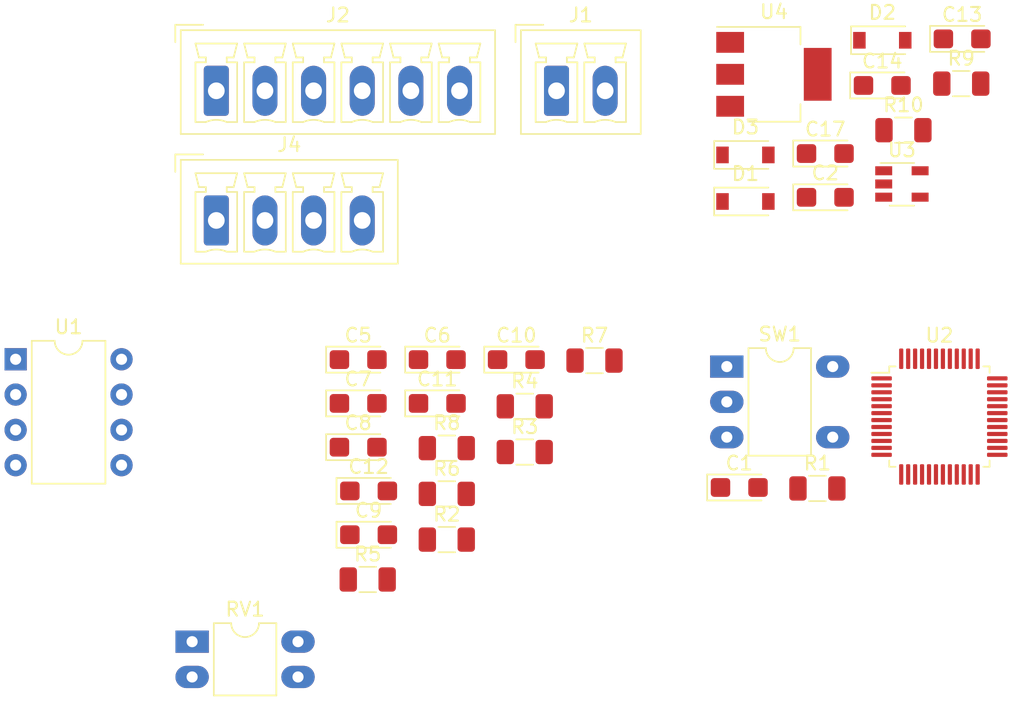
<source format=kicad_pcb>
(kicad_pcb (version 20171130) (host pcbnew 5.1.5+dfsg1-2build2)

  (general
    (thickness 1.6)
    (drawings 0)
    (tracks 0)
    (zones 0)
    (modules 35)
    (nets 60)
  )

  (page A4)
  (layers
    (0 F.Cu signal)
    (31 B.Cu signal)
    (32 B.Adhes user)
    (33 F.Adhes user)
    (34 B.Paste user)
    (35 F.Paste user)
    (36 B.SilkS user)
    (37 F.SilkS user)
    (38 B.Mask user)
    (39 F.Mask user)
    (40 Dwgs.User user)
    (41 Cmts.User user)
    (42 Eco1.User user)
    (43 Eco2.User user)
    (44 Edge.Cuts user)
    (45 Margin user)
    (46 B.CrtYd user)
    (47 F.CrtYd user)
    (48 B.Fab user)
    (49 F.Fab user)
  )

  (setup
    (last_trace_width 0.25)
    (trace_clearance 0.2)
    (zone_clearance 0.508)
    (zone_45_only no)
    (trace_min 0.2)
    (via_size 0.8)
    (via_drill 0.4)
    (via_min_size 0.4)
    (via_min_drill 0.3)
    (uvia_size 0.3)
    (uvia_drill 0.1)
    (uvias_allowed no)
    (uvia_min_size 0.2)
    (uvia_min_drill 0.1)
    (edge_width 0.05)
    (segment_width 0.2)
    (pcb_text_width 0.3)
    (pcb_text_size 1.5 1.5)
    (mod_edge_width 0.12)
    (mod_text_size 1 1)
    (mod_text_width 0.15)
    (pad_size 1.524 1.524)
    (pad_drill 0.762)
    (pad_to_mask_clearance 0.051)
    (solder_mask_min_width 0.25)
    (aux_axis_origin 0 0)
    (visible_elements FFFFFF7F)
    (pcbplotparams
      (layerselection 0x010fc_ffffffff)
      (usegerberextensions false)
      (usegerberattributes false)
      (usegerberadvancedattributes false)
      (creategerberjobfile false)
      (excludeedgelayer true)
      (linewidth 0.100000)
      (plotframeref false)
      (viasonmask false)
      (mode 1)
      (useauxorigin false)
      (hpglpennumber 1)
      (hpglpenspeed 20)
      (hpglpendiameter 15.000000)
      (psnegative false)
      (psa4output false)
      (plotreference true)
      (plotvalue true)
      (plotinvisibletext false)
      (padsonsilk false)
      (subtractmaskfromsilk false)
      (outputformat 1)
      (mirror false)
      (drillshape 1)
      (scaleselection 1)
      (outputdirectory ""))
  )

  (net 0 "")
  (net 1 GND)
  (net 2 /µcontroleur/NRST)
  (net 3 /alim/3.3V)
  (net 4 "Net-(C5-Pad2)")
  (net 5 /preampli_micro/micro+)
  (net 6 "Net-(C6-Pad2)")
  (net 7 "Net-(C7-Pad1)")
  (net 8 "Net-(C8-Pad1)")
  (net 9 "Net-(C8-Pad2)")
  (net 10 +3V0)
  (net 11 "Net-(C11-Pad2)")
  (net 12 "Net-(C11-Pad1)")
  (net 13 /preampli_micro/OUT)
  (net 14 /alim/12V)
  (net 15 /alim/3V8)
  (net 16 "Net-(C17-Pad1)")
  (net 17 /GSM/TX)
  (net 18 /µcontroleur/UART_TX)
  (net 19 /µcontroleur/SWDID)
  (net 20 /µcontroleur/SWCLK)
  (net 21 "Net-(J4-Pad4)")
  (net 22 "Net-(R1-Pad2)")
  (net 23 "Net-(R5-Pad2)")
  (net 24 "Net-(R10-Pad1)")
  (net 25 "Net-(U2-Pad1)")
  (net 26 "Net-(U2-Pad2)")
  (net 27 "Net-(U2-Pad3)")
  (net 28 "Net-(U2-Pad4)")
  (net 29 "Net-(U2-Pad5)")
  (net 30 "Net-(U2-Pad6)")
  (net 31 "Net-(U2-Pad10)")
  (net 32 "Net-(U2-Pad11)")
  (net 33 /µcontroleur/SPI_NSS)
  (net 34 /µcontroleur/SPI_SCK)
  (net 35 /µcontroleur/SPI_MISO)
  (net 36 /µcontroleur/SPI_MOSI)
  (net 37 "Net-(U2-Pad18)")
  (net 38 "Net-(U2-Pad19)")
  (net 39 "Net-(U2-Pad20)")
  (net 40 "Net-(U2-Pad21)")
  (net 41 "Net-(U2-Pad22)")
  (net 42 "Net-(U2-Pad25)")
  (net 43 /µcontroleur/SHDW)
  (net 44 "Net-(U2-Pad27)")
  (net 45 "Net-(U2-Pad28)")
  (net 46 "Net-(U2-Pad29)")
  (net 47 "Net-(U2-Pad30)")
  (net 48 "Net-(U2-Pad31)")
  (net 49 "Net-(U2-Pad32)")
  (net 50 "Net-(U2-Pad33)")
  (net 51 "Net-(U2-Pad38)")
  (net 52 "Net-(U2-Pad39)")
  (net 53 "Net-(U2-Pad40)")
  (net 54 "Net-(U2-Pad41)")
  (net 55 "Net-(U2-Pad42)")
  (net 56 "Net-(U2-Pad43)")
  (net 57 "Net-(U2-Pad45)")
  (net 58 "Net-(U2-Pad46)")
  (net 59 "Net-(U3-Pad2)")

  (net_class Default "Ceci est la Netclass par défaut."
    (clearance 0.2)
    (trace_width 0.25)
    (via_dia 0.8)
    (via_drill 0.4)
    (uvia_dia 0.3)
    (uvia_drill 0.1)
    (add_net +3V0)
    (add_net /GSM/TX)
    (add_net /alim/12V)
    (add_net /alim/3.3V)
    (add_net /alim/3V8)
    (add_net /preampli_micro/OUT)
    (add_net /preampli_micro/micro+)
    (add_net /µcontroleur/NRST)
    (add_net /µcontroleur/SHDW)
    (add_net /µcontroleur/SPI_MISO)
    (add_net /µcontroleur/SPI_MOSI)
    (add_net /µcontroleur/SPI_NSS)
    (add_net /µcontroleur/SPI_SCK)
    (add_net /µcontroleur/SWCLK)
    (add_net /µcontroleur/SWDID)
    (add_net /µcontroleur/UART_TX)
    (add_net GND)
    (add_net "Net-(C11-Pad1)")
    (add_net "Net-(C11-Pad2)")
    (add_net "Net-(C17-Pad1)")
    (add_net "Net-(C5-Pad2)")
    (add_net "Net-(C6-Pad2)")
    (add_net "Net-(C7-Pad1)")
    (add_net "Net-(C8-Pad1)")
    (add_net "Net-(C8-Pad2)")
    (add_net "Net-(J4-Pad4)")
    (add_net "Net-(R1-Pad2)")
    (add_net "Net-(R10-Pad1)")
    (add_net "Net-(R5-Pad2)")
    (add_net "Net-(U2-Pad1)")
    (add_net "Net-(U2-Pad10)")
    (add_net "Net-(U2-Pad11)")
    (add_net "Net-(U2-Pad18)")
    (add_net "Net-(U2-Pad19)")
    (add_net "Net-(U2-Pad2)")
    (add_net "Net-(U2-Pad20)")
    (add_net "Net-(U2-Pad21)")
    (add_net "Net-(U2-Pad22)")
    (add_net "Net-(U2-Pad25)")
    (add_net "Net-(U2-Pad27)")
    (add_net "Net-(U2-Pad28)")
    (add_net "Net-(U2-Pad29)")
    (add_net "Net-(U2-Pad3)")
    (add_net "Net-(U2-Pad30)")
    (add_net "Net-(U2-Pad31)")
    (add_net "Net-(U2-Pad32)")
    (add_net "Net-(U2-Pad33)")
    (add_net "Net-(U2-Pad38)")
    (add_net "Net-(U2-Pad39)")
    (add_net "Net-(U2-Pad4)")
    (add_net "Net-(U2-Pad40)")
    (add_net "Net-(U2-Pad41)")
    (add_net "Net-(U2-Pad42)")
    (add_net "Net-(U2-Pad43)")
    (add_net "Net-(U2-Pad45)")
    (add_net "Net-(U2-Pad46)")
    (add_net "Net-(U2-Pad5)")
    (add_net "Net-(U2-Pad6)")
    (add_net "Net-(U3-Pad2)")
  )

  (module Capacitor_Tantalum_SMD:CP_EIA-3216-18_Kemet-A (layer F.Cu) (tedit 5B301BBE) (tstamp 602AF3BA)
    (at 151.130001 109.555001)
    (descr "Tantalum Capacitor SMD Kemet-A (3216-18 Metric), IPC_7351 nominal, (Body size from: http://www.kemet.com/Lists/ProductCatalog/Attachments/253/KEM_TC101_STD.pdf), generated with kicad-footprint-generator")
    (tags "capacitor tantalum")
    (path /60197589/601D8A34)
    (attr smd)
    (fp_text reference C1 (at 0 -1.75) (layer F.SilkS)
      (effects (font (size 1 1) (thickness 0.15)))
    )
    (fp_text value 100n (at 0 1.75) (layer F.Fab)
      (effects (font (size 1 1) (thickness 0.15)))
    )
    (fp_text user %R (at 0 0) (layer F.Fab)
      (effects (font (size 0.8 0.8) (thickness 0.12)))
    )
    (fp_line (start 2.3 1.05) (end -2.3 1.05) (layer F.CrtYd) (width 0.05))
    (fp_line (start 2.3 -1.05) (end 2.3 1.05) (layer F.CrtYd) (width 0.05))
    (fp_line (start -2.3 -1.05) (end 2.3 -1.05) (layer F.CrtYd) (width 0.05))
    (fp_line (start -2.3 1.05) (end -2.3 -1.05) (layer F.CrtYd) (width 0.05))
    (fp_line (start -2.31 0.935) (end 1.6 0.935) (layer F.SilkS) (width 0.12))
    (fp_line (start -2.31 -0.935) (end -2.31 0.935) (layer F.SilkS) (width 0.12))
    (fp_line (start 1.6 -0.935) (end -2.31 -0.935) (layer F.SilkS) (width 0.12))
    (fp_line (start 1.6 0.8) (end 1.6 -0.8) (layer F.Fab) (width 0.1))
    (fp_line (start -1.6 0.8) (end 1.6 0.8) (layer F.Fab) (width 0.1))
    (fp_line (start -1.6 -0.4) (end -1.6 0.8) (layer F.Fab) (width 0.1))
    (fp_line (start -1.2 -0.8) (end -1.6 -0.4) (layer F.Fab) (width 0.1))
    (fp_line (start 1.6 -0.8) (end -1.2 -0.8) (layer F.Fab) (width 0.1))
    (pad 2 smd roundrect (at 1.35 0) (size 1.4 1.35) (layers F.Cu F.Paste F.Mask) (roundrect_rratio 0.185185)
      (net 1 GND))
    (pad 1 smd roundrect (at -1.35 0) (size 1.4 1.35) (layers F.Cu F.Paste F.Mask) (roundrect_rratio 0.185185)
      (net 2 /µcontroleur/NRST))
    (model ${KISYS3DMOD}/Capacitor_Tantalum_SMD.3dshapes/CP_EIA-3216-18_Kemet-A.wrl
      (at (xyz 0 0 0))
      (scale (xyz 1 1 1))
      (rotate (xyz 0 0 0))
    )
  )

  (module Capacitor_Tantalum_SMD:CP_EIA-3216-18_Kemet-A (layer F.Cu) (tedit 5B301BBE) (tstamp 602AF3CD)
    (at 157.320001 88.675001)
    (descr "Tantalum Capacitor SMD Kemet-A (3216-18 Metric), IPC_7351 nominal, (Body size from: http://www.kemet.com/Lists/ProductCatalog/Attachments/253/KEM_TC101_STD.pdf), generated with kicad-footprint-generator")
    (tags "capacitor tantalum")
    (path /6019F5D9/6020398A)
    (attr smd)
    (fp_text reference C2 (at 0 -1.75) (layer F.SilkS)
      (effects (font (size 1 1) (thickness 0.15)))
    )
    (fp_text value 10uF (at 0 1.75) (layer F.Fab)
      (effects (font (size 1 1) (thickness 0.15)))
    )
    (fp_line (start 1.6 -0.8) (end -1.2 -0.8) (layer F.Fab) (width 0.1))
    (fp_line (start -1.2 -0.8) (end -1.6 -0.4) (layer F.Fab) (width 0.1))
    (fp_line (start -1.6 -0.4) (end -1.6 0.8) (layer F.Fab) (width 0.1))
    (fp_line (start -1.6 0.8) (end 1.6 0.8) (layer F.Fab) (width 0.1))
    (fp_line (start 1.6 0.8) (end 1.6 -0.8) (layer F.Fab) (width 0.1))
    (fp_line (start 1.6 -0.935) (end -2.31 -0.935) (layer F.SilkS) (width 0.12))
    (fp_line (start -2.31 -0.935) (end -2.31 0.935) (layer F.SilkS) (width 0.12))
    (fp_line (start -2.31 0.935) (end 1.6 0.935) (layer F.SilkS) (width 0.12))
    (fp_line (start -2.3 1.05) (end -2.3 -1.05) (layer F.CrtYd) (width 0.05))
    (fp_line (start -2.3 -1.05) (end 2.3 -1.05) (layer F.CrtYd) (width 0.05))
    (fp_line (start 2.3 -1.05) (end 2.3 1.05) (layer F.CrtYd) (width 0.05))
    (fp_line (start 2.3 1.05) (end -2.3 1.05) (layer F.CrtYd) (width 0.05))
    (fp_text user %R (at 0 0) (layer F.Fab)
      (effects (font (size 0.8 0.8) (thickness 0.12)))
    )
    (pad 1 smd roundrect (at -1.35 0) (size 1.4 1.35) (layers F.Cu F.Paste F.Mask) (roundrect_rratio 0.185185)
      (net 3 /alim/3.3V))
    (pad 2 smd roundrect (at 1.35 0) (size 1.4 1.35) (layers F.Cu F.Paste F.Mask) (roundrect_rratio 0.185185)
      (net 1 GND))
    (model ${KISYS3DMOD}/Capacitor_Tantalum_SMD.3dshapes/CP_EIA-3216-18_Kemet-A.wrl
      (at (xyz 0 0 0))
      (scale (xyz 1 1 1))
      (rotate (xyz 0 0 0))
    )
  )

  (module Capacitor_Tantalum_SMD:CP_EIA-3216-18_Kemet-A (layer F.Cu) (tedit 5B301BBE) (tstamp 602AF3E0)
    (at 123.710001 100.355001)
    (descr "Tantalum Capacitor SMD Kemet-A (3216-18 Metric), IPC_7351 nominal, (Body size from: http://www.kemet.com/Lists/ProductCatalog/Attachments/253/KEM_TC101_STD.pdf), generated with kicad-footprint-generator")
    (tags "capacitor tantalum")
    (path /6018AF76/602A38E5)
    (attr smd)
    (fp_text reference C5 (at 0 -1.75) (layer F.SilkS)
      (effects (font (size 1 1) (thickness 0.15)))
    )
    (fp_text value 1u (at 0 1.75) (layer F.Fab)
      (effects (font (size 1 1) (thickness 0.15)))
    )
    (fp_line (start 1.6 -0.8) (end -1.2 -0.8) (layer F.Fab) (width 0.1))
    (fp_line (start -1.2 -0.8) (end -1.6 -0.4) (layer F.Fab) (width 0.1))
    (fp_line (start -1.6 -0.4) (end -1.6 0.8) (layer F.Fab) (width 0.1))
    (fp_line (start -1.6 0.8) (end 1.6 0.8) (layer F.Fab) (width 0.1))
    (fp_line (start 1.6 0.8) (end 1.6 -0.8) (layer F.Fab) (width 0.1))
    (fp_line (start 1.6 -0.935) (end -2.31 -0.935) (layer F.SilkS) (width 0.12))
    (fp_line (start -2.31 -0.935) (end -2.31 0.935) (layer F.SilkS) (width 0.12))
    (fp_line (start -2.31 0.935) (end 1.6 0.935) (layer F.SilkS) (width 0.12))
    (fp_line (start -2.3 1.05) (end -2.3 -1.05) (layer F.CrtYd) (width 0.05))
    (fp_line (start -2.3 -1.05) (end 2.3 -1.05) (layer F.CrtYd) (width 0.05))
    (fp_line (start 2.3 -1.05) (end 2.3 1.05) (layer F.CrtYd) (width 0.05))
    (fp_line (start 2.3 1.05) (end -2.3 1.05) (layer F.CrtYd) (width 0.05))
    (fp_text user %R (at 0 0) (layer F.Fab)
      (effects (font (size 0.8 0.8) (thickness 0.12)))
    )
    (pad 1 smd roundrect (at -1.35 0) (size 1.4 1.35) (layers F.Cu F.Paste F.Mask) (roundrect_rratio 0.185185)
      (net 1 GND))
    (pad 2 smd roundrect (at 1.35 0) (size 1.4 1.35) (layers F.Cu F.Paste F.Mask) (roundrect_rratio 0.185185)
      (net 4 "Net-(C5-Pad2)"))
    (model ${KISYS3DMOD}/Capacitor_Tantalum_SMD.3dshapes/CP_EIA-3216-18_Kemet-A.wrl
      (at (xyz 0 0 0))
      (scale (xyz 1 1 1))
      (rotate (xyz 0 0 0))
    )
  )

  (module Capacitor_Tantalum_SMD:CP_EIA-3216-18_Kemet-A (layer F.Cu) (tedit 5B301BBE) (tstamp 602AF3F3)
    (at 129.400001 100.355001)
    (descr "Tantalum Capacitor SMD Kemet-A (3216-18 Metric), IPC_7351 nominal, (Body size from: http://www.kemet.com/Lists/ProductCatalog/Attachments/253/KEM_TC101_STD.pdf), generated with kicad-footprint-generator")
    (tags "capacitor tantalum")
    (path /6018AF76/602A38EB)
    (attr smd)
    (fp_text reference C6 (at 0 -1.75) (layer F.SilkS)
      (effects (font (size 1 1) (thickness 0.15)))
    )
    (fp_text value " 10u" (at 0 1.75) (layer F.Fab)
      (effects (font (size 1 1) (thickness 0.15)))
    )
    (fp_line (start 1.6 -0.8) (end -1.2 -0.8) (layer F.Fab) (width 0.1))
    (fp_line (start -1.2 -0.8) (end -1.6 -0.4) (layer F.Fab) (width 0.1))
    (fp_line (start -1.6 -0.4) (end -1.6 0.8) (layer F.Fab) (width 0.1))
    (fp_line (start -1.6 0.8) (end 1.6 0.8) (layer F.Fab) (width 0.1))
    (fp_line (start 1.6 0.8) (end 1.6 -0.8) (layer F.Fab) (width 0.1))
    (fp_line (start 1.6 -0.935) (end -2.31 -0.935) (layer F.SilkS) (width 0.12))
    (fp_line (start -2.31 -0.935) (end -2.31 0.935) (layer F.SilkS) (width 0.12))
    (fp_line (start -2.31 0.935) (end 1.6 0.935) (layer F.SilkS) (width 0.12))
    (fp_line (start -2.3 1.05) (end -2.3 -1.05) (layer F.CrtYd) (width 0.05))
    (fp_line (start -2.3 -1.05) (end 2.3 -1.05) (layer F.CrtYd) (width 0.05))
    (fp_line (start 2.3 -1.05) (end 2.3 1.05) (layer F.CrtYd) (width 0.05))
    (fp_line (start 2.3 1.05) (end -2.3 1.05) (layer F.CrtYd) (width 0.05))
    (fp_text user %R (at 0 0) (layer F.Fab)
      (effects (font (size 0.8 0.8) (thickness 0.12)))
    )
    (pad 1 smd roundrect (at -1.35 0) (size 1.4 1.35) (layers F.Cu F.Paste F.Mask) (roundrect_rratio 0.185185)
      (net 5 /preampli_micro/micro+))
    (pad 2 smd roundrect (at 1.35 0) (size 1.4 1.35) (layers F.Cu F.Paste F.Mask) (roundrect_rratio 0.185185)
      (net 6 "Net-(C6-Pad2)"))
    (model ${KISYS3DMOD}/Capacitor_Tantalum_SMD.3dshapes/CP_EIA-3216-18_Kemet-A.wrl
      (at (xyz 0 0 0))
      (scale (xyz 1 1 1))
      (rotate (xyz 0 0 0))
    )
  )

  (module Capacitor_Tantalum_SMD:CP_EIA-3216-18_Kemet-A (layer F.Cu) (tedit 5B301BBE) (tstamp 602AF406)
    (at 123.710001 103.505001)
    (descr "Tantalum Capacitor SMD Kemet-A (3216-18 Metric), IPC_7351 nominal, (Body size from: http://www.kemet.com/Lists/ProductCatalog/Attachments/253/KEM_TC101_STD.pdf), generated with kicad-footprint-generator")
    (tags "capacitor tantalum")
    (path /6018AF76/602A393C)
    (attr smd)
    (fp_text reference C7 (at 0 -1.75) (layer F.SilkS)
      (effects (font (size 1 1) (thickness 0.15)))
    )
    (fp_text value 100n (at 0 1.75) (layer F.Fab)
      (effects (font (size 1 1) (thickness 0.15)))
    )
    (fp_line (start 1.6 -0.8) (end -1.2 -0.8) (layer F.Fab) (width 0.1))
    (fp_line (start -1.2 -0.8) (end -1.6 -0.4) (layer F.Fab) (width 0.1))
    (fp_line (start -1.6 -0.4) (end -1.6 0.8) (layer F.Fab) (width 0.1))
    (fp_line (start -1.6 0.8) (end 1.6 0.8) (layer F.Fab) (width 0.1))
    (fp_line (start 1.6 0.8) (end 1.6 -0.8) (layer F.Fab) (width 0.1))
    (fp_line (start 1.6 -0.935) (end -2.31 -0.935) (layer F.SilkS) (width 0.12))
    (fp_line (start -2.31 -0.935) (end -2.31 0.935) (layer F.SilkS) (width 0.12))
    (fp_line (start -2.31 0.935) (end 1.6 0.935) (layer F.SilkS) (width 0.12))
    (fp_line (start -2.3 1.05) (end -2.3 -1.05) (layer F.CrtYd) (width 0.05))
    (fp_line (start -2.3 -1.05) (end 2.3 -1.05) (layer F.CrtYd) (width 0.05))
    (fp_line (start 2.3 -1.05) (end 2.3 1.05) (layer F.CrtYd) (width 0.05))
    (fp_line (start 2.3 1.05) (end -2.3 1.05) (layer F.CrtYd) (width 0.05))
    (fp_text user %R (at 0 0) (layer F.Fab)
      (effects (font (size 0.8 0.8) (thickness 0.12)))
    )
    (pad 1 smd roundrect (at -1.35 0) (size 1.4 1.35) (layers F.Cu F.Paste F.Mask) (roundrect_rratio 0.185185)
      (net 7 "Net-(C7-Pad1)"))
    (pad 2 smd roundrect (at 1.35 0) (size 1.4 1.35) (layers F.Cu F.Paste F.Mask) (roundrect_rratio 0.185185)
      (net 1 GND))
    (model ${KISYS3DMOD}/Capacitor_Tantalum_SMD.3dshapes/CP_EIA-3216-18_Kemet-A.wrl
      (at (xyz 0 0 0))
      (scale (xyz 1 1 1))
      (rotate (xyz 0 0 0))
    )
  )

  (module Capacitor_Tantalum_SMD:CP_EIA-3216-18_Kemet-A (layer F.Cu) (tedit 5B301BBE) (tstamp 602AF419)
    (at 123.710001 106.655001)
    (descr "Tantalum Capacitor SMD Kemet-A (3216-18 Metric), IPC_7351 nominal, (Body size from: http://www.kemet.com/Lists/ProductCatalog/Attachments/253/KEM_TC101_STD.pdf), generated with kicad-footprint-generator")
    (tags "capacitor tantalum")
    (path /6018AF76/602A38F1)
    (attr smd)
    (fp_text reference C8 (at 0 -1.75) (layer F.SilkS)
      (effects (font (size 1 1) (thickness 0.15)))
    )
    (fp_text value 330n (at 0 1.75) (layer F.Fab)
      (effects (font (size 1 1) (thickness 0.15)))
    )
    (fp_line (start 1.6 -0.8) (end -1.2 -0.8) (layer F.Fab) (width 0.1))
    (fp_line (start -1.2 -0.8) (end -1.6 -0.4) (layer F.Fab) (width 0.1))
    (fp_line (start -1.6 -0.4) (end -1.6 0.8) (layer F.Fab) (width 0.1))
    (fp_line (start -1.6 0.8) (end 1.6 0.8) (layer F.Fab) (width 0.1))
    (fp_line (start 1.6 0.8) (end 1.6 -0.8) (layer F.Fab) (width 0.1))
    (fp_line (start 1.6 -0.935) (end -2.31 -0.935) (layer F.SilkS) (width 0.12))
    (fp_line (start -2.31 -0.935) (end -2.31 0.935) (layer F.SilkS) (width 0.12))
    (fp_line (start -2.31 0.935) (end 1.6 0.935) (layer F.SilkS) (width 0.12))
    (fp_line (start -2.3 1.05) (end -2.3 -1.05) (layer F.CrtYd) (width 0.05))
    (fp_line (start -2.3 -1.05) (end 2.3 -1.05) (layer F.CrtYd) (width 0.05))
    (fp_line (start 2.3 -1.05) (end 2.3 1.05) (layer F.CrtYd) (width 0.05))
    (fp_line (start 2.3 1.05) (end -2.3 1.05) (layer F.CrtYd) (width 0.05))
    (fp_text user %R (at 0 0) (layer F.Fab)
      (effects (font (size 0.8 0.8) (thickness 0.12)))
    )
    (pad 1 smd roundrect (at -1.35 0) (size 1.4 1.35) (layers F.Cu F.Paste F.Mask) (roundrect_rratio 0.185185)
      (net 8 "Net-(C8-Pad1)"))
    (pad 2 smd roundrect (at 1.35 0) (size 1.4 1.35) (layers F.Cu F.Paste F.Mask) (roundrect_rratio 0.185185)
      (net 9 "Net-(C8-Pad2)"))
    (model ${KISYS3DMOD}/Capacitor_Tantalum_SMD.3dshapes/CP_EIA-3216-18_Kemet-A.wrl
      (at (xyz 0 0 0))
      (scale (xyz 1 1 1))
      (rotate (xyz 0 0 0))
    )
  )

  (module Capacitor_Tantalum_SMD:CP_EIA-3216-18_Kemet-A (layer F.Cu) (tedit 5B301BBE) (tstamp 602AF42C)
    (at 124.460001 112.955001)
    (descr "Tantalum Capacitor SMD Kemet-A (3216-18 Metric), IPC_7351 nominal, (Body size from: http://www.kemet.com/Lists/ProductCatalog/Attachments/253/KEM_TC101_STD.pdf), generated with kicad-footprint-generator")
    (tags "capacitor tantalum")
    (path /6018AF76/602A38F7)
    (attr smd)
    (fp_text reference C9 (at 0 -1.75) (layer F.SilkS)
      (effects (font (size 1 1) (thickness 0.15)))
    )
    (fp_text value 10u (at 0 1.75) (layer F.Fab)
      (effects (font (size 1 1) (thickness 0.15)))
    )
    (fp_text user %R (at 0 0) (layer F.Fab)
      (effects (font (size 0.8 0.8) (thickness 0.12)))
    )
    (fp_line (start 2.3 1.05) (end -2.3 1.05) (layer F.CrtYd) (width 0.05))
    (fp_line (start 2.3 -1.05) (end 2.3 1.05) (layer F.CrtYd) (width 0.05))
    (fp_line (start -2.3 -1.05) (end 2.3 -1.05) (layer F.CrtYd) (width 0.05))
    (fp_line (start -2.3 1.05) (end -2.3 -1.05) (layer F.CrtYd) (width 0.05))
    (fp_line (start -2.31 0.935) (end 1.6 0.935) (layer F.SilkS) (width 0.12))
    (fp_line (start -2.31 -0.935) (end -2.31 0.935) (layer F.SilkS) (width 0.12))
    (fp_line (start 1.6 -0.935) (end -2.31 -0.935) (layer F.SilkS) (width 0.12))
    (fp_line (start 1.6 0.8) (end 1.6 -0.8) (layer F.Fab) (width 0.1))
    (fp_line (start -1.6 0.8) (end 1.6 0.8) (layer F.Fab) (width 0.1))
    (fp_line (start -1.6 -0.4) (end -1.6 0.8) (layer F.Fab) (width 0.1))
    (fp_line (start -1.2 -0.8) (end -1.6 -0.4) (layer F.Fab) (width 0.1))
    (fp_line (start 1.6 -0.8) (end -1.2 -0.8) (layer F.Fab) (width 0.1))
    (pad 2 smd roundrect (at 1.35 0) (size 1.4 1.35) (layers F.Cu F.Paste F.Mask) (roundrect_rratio 0.185185)
      (net 1 GND))
    (pad 1 smd roundrect (at -1.35 0) (size 1.4 1.35) (layers F.Cu F.Paste F.Mask) (roundrect_rratio 0.185185)
      (net 10 +3V0))
    (model ${KISYS3DMOD}/Capacitor_Tantalum_SMD.3dshapes/CP_EIA-3216-18_Kemet-A.wrl
      (at (xyz 0 0 0))
      (scale (xyz 1 1 1))
      (rotate (xyz 0 0 0))
    )
  )

  (module Capacitor_Tantalum_SMD:CP_EIA-3216-18_Kemet-A (layer F.Cu) (tedit 5B301BBE) (tstamp 602AF43F)
    (at 135.090001 100.355001)
    (descr "Tantalum Capacitor SMD Kemet-A (3216-18 Metric), IPC_7351 nominal, (Body size from: http://www.kemet.com/Lists/ProductCatalog/Attachments/253/KEM_TC101_STD.pdf), generated with kicad-footprint-generator")
    (tags "capacitor tantalum")
    (path /6018AF76/602A38FD)
    (attr smd)
    (fp_text reference C10 (at 0 -1.75) (layer F.SilkS)
      (effects (font (size 1 1) (thickness 0.15)))
    )
    (fp_text value 100n (at 0 1.75) (layer F.Fab)
      (effects (font (size 1 1) (thickness 0.15)))
    )
    (fp_line (start 1.6 -0.8) (end -1.2 -0.8) (layer F.Fab) (width 0.1))
    (fp_line (start -1.2 -0.8) (end -1.6 -0.4) (layer F.Fab) (width 0.1))
    (fp_line (start -1.6 -0.4) (end -1.6 0.8) (layer F.Fab) (width 0.1))
    (fp_line (start -1.6 0.8) (end 1.6 0.8) (layer F.Fab) (width 0.1))
    (fp_line (start 1.6 0.8) (end 1.6 -0.8) (layer F.Fab) (width 0.1))
    (fp_line (start 1.6 -0.935) (end -2.31 -0.935) (layer F.SilkS) (width 0.12))
    (fp_line (start -2.31 -0.935) (end -2.31 0.935) (layer F.SilkS) (width 0.12))
    (fp_line (start -2.31 0.935) (end 1.6 0.935) (layer F.SilkS) (width 0.12))
    (fp_line (start -2.3 1.05) (end -2.3 -1.05) (layer F.CrtYd) (width 0.05))
    (fp_line (start -2.3 -1.05) (end 2.3 -1.05) (layer F.CrtYd) (width 0.05))
    (fp_line (start 2.3 -1.05) (end 2.3 1.05) (layer F.CrtYd) (width 0.05))
    (fp_line (start 2.3 1.05) (end -2.3 1.05) (layer F.CrtYd) (width 0.05))
    (fp_text user %R (at 0 0) (layer F.Fab)
      (effects (font (size 0.8 0.8) (thickness 0.12)))
    )
    (pad 1 smd roundrect (at -1.35 0) (size 1.4 1.35) (layers F.Cu F.Paste F.Mask) (roundrect_rratio 0.185185)
      (net 10 +3V0))
    (pad 2 smd roundrect (at 1.35 0) (size 1.4 1.35) (layers F.Cu F.Paste F.Mask) (roundrect_rratio 0.185185)
      (net 1 GND))
    (model ${KISYS3DMOD}/Capacitor_Tantalum_SMD.3dshapes/CP_EIA-3216-18_Kemet-A.wrl
      (at (xyz 0 0 0))
      (scale (xyz 1 1 1))
      (rotate (xyz 0 0 0))
    )
  )

  (module Capacitor_Tantalum_SMD:CP_EIA-3216-18_Kemet-A (layer F.Cu) (tedit 5B301BBE) (tstamp 602AF452)
    (at 129.400001 103.505001)
    (descr "Tantalum Capacitor SMD Kemet-A (3216-18 Metric), IPC_7351 nominal, (Body size from: http://www.kemet.com/Lists/ProductCatalog/Attachments/253/KEM_TC101_STD.pdf), generated with kicad-footprint-generator")
    (tags "capacitor tantalum")
    (path /6018AF76/602A3909)
    (attr smd)
    (fp_text reference C11 (at 0 -1.75) (layer F.SilkS)
      (effects (font (size 1 1) (thickness 0.15)))
    )
    (fp_text value 220p (at 0 1.75) (layer F.Fab)
      (effects (font (size 1 1) (thickness 0.15)))
    )
    (fp_text user %R (at 0 0) (layer F.Fab)
      (effects (font (size 0.8 0.8) (thickness 0.12)))
    )
    (fp_line (start 2.3 1.05) (end -2.3 1.05) (layer F.CrtYd) (width 0.05))
    (fp_line (start 2.3 -1.05) (end 2.3 1.05) (layer F.CrtYd) (width 0.05))
    (fp_line (start -2.3 -1.05) (end 2.3 -1.05) (layer F.CrtYd) (width 0.05))
    (fp_line (start -2.3 1.05) (end -2.3 -1.05) (layer F.CrtYd) (width 0.05))
    (fp_line (start -2.31 0.935) (end 1.6 0.935) (layer F.SilkS) (width 0.12))
    (fp_line (start -2.31 -0.935) (end -2.31 0.935) (layer F.SilkS) (width 0.12))
    (fp_line (start 1.6 -0.935) (end -2.31 -0.935) (layer F.SilkS) (width 0.12))
    (fp_line (start 1.6 0.8) (end 1.6 -0.8) (layer F.Fab) (width 0.1))
    (fp_line (start -1.6 0.8) (end 1.6 0.8) (layer F.Fab) (width 0.1))
    (fp_line (start -1.6 -0.4) (end -1.6 0.8) (layer F.Fab) (width 0.1))
    (fp_line (start -1.2 -0.8) (end -1.6 -0.4) (layer F.Fab) (width 0.1))
    (fp_line (start 1.6 -0.8) (end -1.2 -0.8) (layer F.Fab) (width 0.1))
    (pad 2 smd roundrect (at 1.35 0) (size 1.4 1.35) (layers F.Cu F.Paste F.Mask) (roundrect_rratio 0.185185)
      (net 11 "Net-(C11-Pad2)"))
    (pad 1 smd roundrect (at -1.35 0) (size 1.4 1.35) (layers F.Cu F.Paste F.Mask) (roundrect_rratio 0.185185)
      (net 12 "Net-(C11-Pad1)"))
    (model ${KISYS3DMOD}/Capacitor_Tantalum_SMD.3dshapes/CP_EIA-3216-18_Kemet-A.wrl
      (at (xyz 0 0 0))
      (scale (xyz 1 1 1))
      (rotate (xyz 0 0 0))
    )
  )

  (module Capacitor_Tantalum_SMD:CP_EIA-3216-18_Kemet-A (layer F.Cu) (tedit 5B301BBE) (tstamp 602AF465)
    (at 124.460001 109.805001)
    (descr "Tantalum Capacitor SMD Kemet-A (3216-18 Metric), IPC_7351 nominal, (Body size from: http://www.kemet.com/Lists/ProductCatalog/Attachments/253/KEM_TC101_STD.pdf), generated with kicad-footprint-generator")
    (tags "capacitor tantalum")
    (path /6018AF76/602A3903)
    (attr smd)
    (fp_text reference C12 (at 0 -1.75) (layer F.SilkS)
      (effects (font (size 1 1) (thickness 0.15)))
    )
    (fp_text value 10u (at 0 1.75) (layer F.Fab)
      (effects (font (size 1 1) (thickness 0.15)))
    )
    (fp_line (start 1.6 -0.8) (end -1.2 -0.8) (layer F.Fab) (width 0.1))
    (fp_line (start -1.2 -0.8) (end -1.6 -0.4) (layer F.Fab) (width 0.1))
    (fp_line (start -1.6 -0.4) (end -1.6 0.8) (layer F.Fab) (width 0.1))
    (fp_line (start -1.6 0.8) (end 1.6 0.8) (layer F.Fab) (width 0.1))
    (fp_line (start 1.6 0.8) (end 1.6 -0.8) (layer F.Fab) (width 0.1))
    (fp_line (start 1.6 -0.935) (end -2.31 -0.935) (layer F.SilkS) (width 0.12))
    (fp_line (start -2.31 -0.935) (end -2.31 0.935) (layer F.SilkS) (width 0.12))
    (fp_line (start -2.31 0.935) (end 1.6 0.935) (layer F.SilkS) (width 0.12))
    (fp_line (start -2.3 1.05) (end -2.3 -1.05) (layer F.CrtYd) (width 0.05))
    (fp_line (start -2.3 -1.05) (end 2.3 -1.05) (layer F.CrtYd) (width 0.05))
    (fp_line (start 2.3 -1.05) (end 2.3 1.05) (layer F.CrtYd) (width 0.05))
    (fp_line (start 2.3 1.05) (end -2.3 1.05) (layer F.CrtYd) (width 0.05))
    (fp_text user %R (at 0 0) (layer F.Fab)
      (effects (font (size 0.8 0.8) (thickness 0.12)))
    )
    (pad 1 smd roundrect (at -1.35 0) (size 1.4 1.35) (layers F.Cu F.Paste F.Mask) (roundrect_rratio 0.185185)
      (net 11 "Net-(C11-Pad2)"))
    (pad 2 smd roundrect (at 1.35 0) (size 1.4 1.35) (layers F.Cu F.Paste F.Mask) (roundrect_rratio 0.185185)
      (net 13 /preampli_micro/OUT))
    (model ${KISYS3DMOD}/Capacitor_Tantalum_SMD.3dshapes/CP_EIA-3216-18_Kemet-A.wrl
      (at (xyz 0 0 0))
      (scale (xyz 1 1 1))
      (rotate (xyz 0 0 0))
    )
  )

  (module Capacitor_Tantalum_SMD:CP_EIA-3216-18_Kemet-A (layer F.Cu) (tedit 5B301BBE) (tstamp 602AF478)
    (at 167.170001 77.275001)
    (descr "Tantalum Capacitor SMD Kemet-A (3216-18 Metric), IPC_7351 nominal, (Body size from: http://www.kemet.com/Lists/ProductCatalog/Attachments/253/KEM_TC101_STD.pdf), generated with kicad-footprint-generator")
    (tags "capacitor tantalum")
    (path /6019F5D9/602B6373)
    (attr smd)
    (fp_text reference C13 (at 0 -1.75) (layer F.SilkS)
      (effects (font (size 1 1) (thickness 0.15)))
    )
    (fp_text value 10uF (at 0 1.75) (layer F.Fab)
      (effects (font (size 1 1) (thickness 0.15)))
    )
    (fp_text user %R (at 0 0) (layer F.Fab)
      (effects (font (size 0.8 0.8) (thickness 0.12)))
    )
    (fp_line (start 2.3 1.05) (end -2.3 1.05) (layer F.CrtYd) (width 0.05))
    (fp_line (start 2.3 -1.05) (end 2.3 1.05) (layer F.CrtYd) (width 0.05))
    (fp_line (start -2.3 -1.05) (end 2.3 -1.05) (layer F.CrtYd) (width 0.05))
    (fp_line (start -2.3 1.05) (end -2.3 -1.05) (layer F.CrtYd) (width 0.05))
    (fp_line (start -2.31 0.935) (end 1.6 0.935) (layer F.SilkS) (width 0.12))
    (fp_line (start -2.31 -0.935) (end -2.31 0.935) (layer F.SilkS) (width 0.12))
    (fp_line (start 1.6 -0.935) (end -2.31 -0.935) (layer F.SilkS) (width 0.12))
    (fp_line (start 1.6 0.8) (end 1.6 -0.8) (layer F.Fab) (width 0.1))
    (fp_line (start -1.6 0.8) (end 1.6 0.8) (layer F.Fab) (width 0.1))
    (fp_line (start -1.6 -0.4) (end -1.6 0.8) (layer F.Fab) (width 0.1))
    (fp_line (start -1.2 -0.8) (end -1.6 -0.4) (layer F.Fab) (width 0.1))
    (fp_line (start 1.6 -0.8) (end -1.2 -0.8) (layer F.Fab) (width 0.1))
    (pad 2 smd roundrect (at 1.35 0) (size 1.4 1.35) (layers F.Cu F.Paste F.Mask) (roundrect_rratio 0.185185)
      (net 1 GND))
    (pad 1 smd roundrect (at -1.35 0) (size 1.4 1.35) (layers F.Cu F.Paste F.Mask) (roundrect_rratio 0.185185)
      (net 14 /alim/12V))
    (model ${KISYS3DMOD}/Capacitor_Tantalum_SMD.3dshapes/CP_EIA-3216-18_Kemet-A.wrl
      (at (xyz 0 0 0))
      (scale (xyz 1 1 1))
      (rotate (xyz 0 0 0))
    )
  )

  (module Capacitor_Tantalum_SMD:CP_EIA-3216-18_Kemet-A (layer F.Cu) (tedit 5B301BBE) (tstamp 602AF48B)
    (at 161.420001 80.625001)
    (descr "Tantalum Capacitor SMD Kemet-A (3216-18 Metric), IPC_7351 nominal, (Body size from: http://www.kemet.com/Lists/ProductCatalog/Attachments/253/KEM_TC101_STD.pdf), generated with kicad-footprint-generator")
    (tags "capacitor tantalum")
    (path /6019F5D9/602C6833)
    (attr smd)
    (fp_text reference C14 (at 0 -1.75) (layer F.SilkS)
      (effects (font (size 1 1) (thickness 0.15)))
    )
    (fp_text value 10uF (at 0 1.75) (layer F.Fab)
      (effects (font (size 1 1) (thickness 0.15)))
    )
    (fp_text user %R (at 0 0) (layer F.Fab)
      (effects (font (size 0.8 0.8) (thickness 0.12)))
    )
    (fp_line (start 2.3 1.05) (end -2.3 1.05) (layer F.CrtYd) (width 0.05))
    (fp_line (start 2.3 -1.05) (end 2.3 1.05) (layer F.CrtYd) (width 0.05))
    (fp_line (start -2.3 -1.05) (end 2.3 -1.05) (layer F.CrtYd) (width 0.05))
    (fp_line (start -2.3 1.05) (end -2.3 -1.05) (layer F.CrtYd) (width 0.05))
    (fp_line (start -2.31 0.935) (end 1.6 0.935) (layer F.SilkS) (width 0.12))
    (fp_line (start -2.31 -0.935) (end -2.31 0.935) (layer F.SilkS) (width 0.12))
    (fp_line (start 1.6 -0.935) (end -2.31 -0.935) (layer F.SilkS) (width 0.12))
    (fp_line (start 1.6 0.8) (end 1.6 -0.8) (layer F.Fab) (width 0.1))
    (fp_line (start -1.6 0.8) (end 1.6 0.8) (layer F.Fab) (width 0.1))
    (fp_line (start -1.6 -0.4) (end -1.6 0.8) (layer F.Fab) (width 0.1))
    (fp_line (start -1.2 -0.8) (end -1.6 -0.4) (layer F.Fab) (width 0.1))
    (fp_line (start 1.6 -0.8) (end -1.2 -0.8) (layer F.Fab) (width 0.1))
    (pad 2 smd roundrect (at 1.35 0) (size 1.4 1.35) (layers F.Cu F.Paste F.Mask) (roundrect_rratio 0.185185)
      (net 1 GND))
    (pad 1 smd roundrect (at -1.35 0) (size 1.4 1.35) (layers F.Cu F.Paste F.Mask) (roundrect_rratio 0.185185)
      (net 15 /alim/3V8))
    (model ${KISYS3DMOD}/Capacitor_Tantalum_SMD.3dshapes/CP_EIA-3216-18_Kemet-A.wrl
      (at (xyz 0 0 0))
      (scale (xyz 1 1 1))
      (rotate (xyz 0 0 0))
    )
  )

  (module Capacitor_Tantalum_SMD:CP_EIA-3216-18_Kemet-A (layer F.Cu) (tedit 5B301BBE) (tstamp 602AF49E)
    (at 157.320001 85.525001)
    (descr "Tantalum Capacitor SMD Kemet-A (3216-18 Metric), IPC_7351 nominal, (Body size from: http://www.kemet.com/Lists/ProductCatalog/Attachments/253/KEM_TC101_STD.pdf), generated with kicad-footprint-generator")
    (tags "capacitor tantalum")
    (path /6019F5D9/602154B5)
    (attr smd)
    (fp_text reference C17 (at 0 -1.75) (layer F.SilkS)
      (effects (font (size 1 1) (thickness 0.15)))
    )
    (fp_text value 1uF (at 0 1.75) (layer F.Fab)
      (effects (font (size 1 1) (thickness 0.15)))
    )
    (fp_text user %R (at 0 0) (layer F.Fab)
      (effects (font (size 0.8 0.8) (thickness 0.12)))
    )
    (fp_line (start 2.3 1.05) (end -2.3 1.05) (layer F.CrtYd) (width 0.05))
    (fp_line (start 2.3 -1.05) (end 2.3 1.05) (layer F.CrtYd) (width 0.05))
    (fp_line (start -2.3 -1.05) (end 2.3 -1.05) (layer F.CrtYd) (width 0.05))
    (fp_line (start -2.3 1.05) (end -2.3 -1.05) (layer F.CrtYd) (width 0.05))
    (fp_line (start -2.31 0.935) (end 1.6 0.935) (layer F.SilkS) (width 0.12))
    (fp_line (start -2.31 -0.935) (end -2.31 0.935) (layer F.SilkS) (width 0.12))
    (fp_line (start 1.6 -0.935) (end -2.31 -0.935) (layer F.SilkS) (width 0.12))
    (fp_line (start 1.6 0.8) (end 1.6 -0.8) (layer F.Fab) (width 0.1))
    (fp_line (start -1.6 0.8) (end 1.6 0.8) (layer F.Fab) (width 0.1))
    (fp_line (start -1.6 -0.4) (end -1.6 0.8) (layer F.Fab) (width 0.1))
    (fp_line (start -1.2 -0.8) (end -1.6 -0.4) (layer F.Fab) (width 0.1))
    (fp_line (start 1.6 -0.8) (end -1.2 -0.8) (layer F.Fab) (width 0.1))
    (pad 2 smd roundrect (at 1.35 0) (size 1.4 1.35) (layers F.Cu F.Paste F.Mask) (roundrect_rratio 0.185185)
      (net 1 GND))
    (pad 1 smd roundrect (at -1.35 0) (size 1.4 1.35) (layers F.Cu F.Paste F.Mask) (roundrect_rratio 0.185185)
      (net 16 "Net-(C17-Pad1)"))
    (model ${KISYS3DMOD}/Capacitor_Tantalum_SMD.3dshapes/CP_EIA-3216-18_Kemet-A.wrl
      (at (xyz 0 0 0))
      (scale (xyz 1 1 1))
      (rotate (xyz 0 0 0))
    )
  )

  (module Diode_SMD:D_SOD-123 (layer F.Cu) (tedit 58645DC7) (tstamp 602AF4B7)
    (at 151.575001 88.975001)
    (descr SOD-123)
    (tags SOD-123)
    (path /6019F5D9/601FF926)
    (attr smd)
    (fp_text reference D1 (at 0 -2) (layer F.SilkS)
      (effects (font (size 1 1) (thickness 0.15)))
    )
    (fp_text value D_Schottky (at 0 2.1) (layer F.Fab)
      (effects (font (size 1 1) (thickness 0.15)))
    )
    (fp_text user %R (at 0 -2) (layer F.Fab)
      (effects (font (size 1 1) (thickness 0.15)))
    )
    (fp_line (start -2.25 -1) (end -2.25 1) (layer F.SilkS) (width 0.12))
    (fp_line (start 0.25 0) (end 0.75 0) (layer F.Fab) (width 0.1))
    (fp_line (start 0.25 0.4) (end -0.35 0) (layer F.Fab) (width 0.1))
    (fp_line (start 0.25 -0.4) (end 0.25 0.4) (layer F.Fab) (width 0.1))
    (fp_line (start -0.35 0) (end 0.25 -0.4) (layer F.Fab) (width 0.1))
    (fp_line (start -0.35 0) (end -0.35 0.55) (layer F.Fab) (width 0.1))
    (fp_line (start -0.35 0) (end -0.35 -0.55) (layer F.Fab) (width 0.1))
    (fp_line (start -0.75 0) (end -0.35 0) (layer F.Fab) (width 0.1))
    (fp_line (start -1.4 0.9) (end -1.4 -0.9) (layer F.Fab) (width 0.1))
    (fp_line (start 1.4 0.9) (end -1.4 0.9) (layer F.Fab) (width 0.1))
    (fp_line (start 1.4 -0.9) (end 1.4 0.9) (layer F.Fab) (width 0.1))
    (fp_line (start -1.4 -0.9) (end 1.4 -0.9) (layer F.Fab) (width 0.1))
    (fp_line (start -2.35 -1.15) (end 2.35 -1.15) (layer F.CrtYd) (width 0.05))
    (fp_line (start 2.35 -1.15) (end 2.35 1.15) (layer F.CrtYd) (width 0.05))
    (fp_line (start 2.35 1.15) (end -2.35 1.15) (layer F.CrtYd) (width 0.05))
    (fp_line (start -2.35 -1.15) (end -2.35 1.15) (layer F.CrtYd) (width 0.05))
    (fp_line (start -2.25 1) (end 1.65 1) (layer F.SilkS) (width 0.12))
    (fp_line (start -2.25 -1) (end 1.65 -1) (layer F.SilkS) (width 0.12))
    (pad 1 smd rect (at -1.65 0) (size 0.9 1.2) (layers F.Cu F.Paste F.Mask)
      (net 16 "Net-(C17-Pad1)"))
    (pad 2 smd rect (at 1.65 0) (size 0.9 1.2) (layers F.Cu F.Paste F.Mask)
      (net 14 /alim/12V))
    (model ${KISYS3DMOD}/Diode_SMD.3dshapes/D_SOD-123.wrl
      (at (xyz 0 0 0))
      (scale (xyz 1 1 1))
      (rotate (xyz 0 0 0))
    )
  )

  (module Diode_SMD:D_SOD-123 (layer F.Cu) (tedit 58645DC7) (tstamp 602AF4D0)
    (at 161.425001 77.375001)
    (descr SOD-123)
    (tags SOD-123)
    (path /6019F5D9/602169CC)
    (attr smd)
    (fp_text reference D2 (at 0 -2) (layer F.SilkS)
      (effects (font (size 1 1) (thickness 0.15)))
    )
    (fp_text value D_Schottky (at 0 2.1) (layer F.Fab)
      (effects (font (size 1 1) (thickness 0.15)))
    )
    (fp_line (start -2.25 -1) (end 1.65 -1) (layer F.SilkS) (width 0.12))
    (fp_line (start -2.25 1) (end 1.65 1) (layer F.SilkS) (width 0.12))
    (fp_line (start -2.35 -1.15) (end -2.35 1.15) (layer F.CrtYd) (width 0.05))
    (fp_line (start 2.35 1.15) (end -2.35 1.15) (layer F.CrtYd) (width 0.05))
    (fp_line (start 2.35 -1.15) (end 2.35 1.15) (layer F.CrtYd) (width 0.05))
    (fp_line (start -2.35 -1.15) (end 2.35 -1.15) (layer F.CrtYd) (width 0.05))
    (fp_line (start -1.4 -0.9) (end 1.4 -0.9) (layer F.Fab) (width 0.1))
    (fp_line (start 1.4 -0.9) (end 1.4 0.9) (layer F.Fab) (width 0.1))
    (fp_line (start 1.4 0.9) (end -1.4 0.9) (layer F.Fab) (width 0.1))
    (fp_line (start -1.4 0.9) (end -1.4 -0.9) (layer F.Fab) (width 0.1))
    (fp_line (start -0.75 0) (end -0.35 0) (layer F.Fab) (width 0.1))
    (fp_line (start -0.35 0) (end -0.35 -0.55) (layer F.Fab) (width 0.1))
    (fp_line (start -0.35 0) (end -0.35 0.55) (layer F.Fab) (width 0.1))
    (fp_line (start -0.35 0) (end 0.25 -0.4) (layer F.Fab) (width 0.1))
    (fp_line (start 0.25 -0.4) (end 0.25 0.4) (layer F.Fab) (width 0.1))
    (fp_line (start 0.25 0.4) (end -0.35 0) (layer F.Fab) (width 0.1))
    (fp_line (start 0.25 0) (end 0.75 0) (layer F.Fab) (width 0.1))
    (fp_line (start -2.25 -1) (end -2.25 1) (layer F.SilkS) (width 0.12))
    (fp_text user %R (at 0 -2) (layer F.Fab)
      (effects (font (size 1 1) (thickness 0.15)))
    )
    (pad 2 smd rect (at 1.65 0) (size 0.9 1.2) (layers F.Cu F.Paste F.Mask)
      (net 1 GND))
    (pad 1 smd rect (at -1.65 0) (size 0.9 1.2) (layers F.Cu F.Paste F.Mask)
      (net 16 "Net-(C17-Pad1)"))
    (model ${KISYS3DMOD}/Diode_SMD.3dshapes/D_SOD-123.wrl
      (at (xyz 0 0 0))
      (scale (xyz 1 1 1))
      (rotate (xyz 0 0 0))
    )
  )

  (module Diode_SMD:D_SOD-123 (layer F.Cu) (tedit 58645DC7) (tstamp 602AF4E9)
    (at 151.575001 85.625001)
    (descr SOD-123)
    (tags SOD-123)
    (path /6019F5D9/602CE980)
    (attr smd)
    (fp_text reference D3 (at 0 -2) (layer F.SilkS)
      (effects (font (size 1 1) (thickness 0.15)))
    )
    (fp_text value D_Schottky (at 0 2.1) (layer F.Fab)
      (effects (font (size 1 1) (thickness 0.15)))
    )
    (fp_text user %R (at 0 -2) (layer F.Fab)
      (effects (font (size 1 1) (thickness 0.15)))
    )
    (fp_line (start -2.25 -1) (end -2.25 1) (layer F.SilkS) (width 0.12))
    (fp_line (start 0.25 0) (end 0.75 0) (layer F.Fab) (width 0.1))
    (fp_line (start 0.25 0.4) (end -0.35 0) (layer F.Fab) (width 0.1))
    (fp_line (start 0.25 -0.4) (end 0.25 0.4) (layer F.Fab) (width 0.1))
    (fp_line (start -0.35 0) (end 0.25 -0.4) (layer F.Fab) (width 0.1))
    (fp_line (start -0.35 0) (end -0.35 0.55) (layer F.Fab) (width 0.1))
    (fp_line (start -0.35 0) (end -0.35 -0.55) (layer F.Fab) (width 0.1))
    (fp_line (start -0.75 0) (end -0.35 0) (layer F.Fab) (width 0.1))
    (fp_line (start -1.4 0.9) (end -1.4 -0.9) (layer F.Fab) (width 0.1))
    (fp_line (start 1.4 0.9) (end -1.4 0.9) (layer F.Fab) (width 0.1))
    (fp_line (start 1.4 -0.9) (end 1.4 0.9) (layer F.Fab) (width 0.1))
    (fp_line (start -1.4 -0.9) (end 1.4 -0.9) (layer F.Fab) (width 0.1))
    (fp_line (start -2.35 -1.15) (end 2.35 -1.15) (layer F.CrtYd) (width 0.05))
    (fp_line (start 2.35 -1.15) (end 2.35 1.15) (layer F.CrtYd) (width 0.05))
    (fp_line (start 2.35 1.15) (end -2.35 1.15) (layer F.CrtYd) (width 0.05))
    (fp_line (start -2.35 -1.15) (end -2.35 1.15) (layer F.CrtYd) (width 0.05))
    (fp_line (start -2.25 1) (end 1.65 1) (layer F.SilkS) (width 0.12))
    (fp_line (start -2.25 -1) (end 1.65 -1) (layer F.SilkS) (width 0.12))
    (pad 1 smd rect (at -1.65 0) (size 0.9 1.2) (layers F.Cu F.Paste F.Mask)
      (net 15 /alim/3V8))
    (pad 2 smd rect (at 1.65 0) (size 0.9 1.2) (layers F.Cu F.Paste F.Mask)
      (net 1 GND))
    (model ${KISYS3DMOD}/Diode_SMD.3dshapes/D_SOD-123.wrl
      (at (xyz 0 0 0))
      (scale (xyz 1 1 1))
      (rotate (xyz 0 0 0))
    )
  )

  (module Connector_Phoenix_MC:PhoenixContact_MCV_1,5_2-G-3.5_1x02_P3.50mm_Vertical (layer F.Cu) (tedit 5B784ED0) (tstamp 602AF51C)
    (at 137.980001 81.010001)
    (descr "Generic Phoenix Contact connector footprint for: MCV_1,5/2-G-3.5; number of pins: 02; pin pitch: 3.50mm; Vertical || order number: 1843606 8A 160V")
    (tags "phoenix_contact connector MCV_01x02_G_3.5mm")
    (path /6022F14B)
    (fp_text reference J1 (at 1.75 -5.45) (layer F.SilkS)
      (effects (font (size 1 1) (thickness 0.15)))
    )
    (fp_text value Conn_01x02 (at 1.75 4.2) (layer F.Fab)
      (effects (font (size 1 1) (thickness 0.15)))
    )
    (fp_arc (start 0 3.95) (end -0.75 2.25) (angle 47.6) (layer F.SilkS) (width 0.12))
    (fp_arc (start 3.5 3.95) (end 2.75 2.25) (angle 47.6) (layer F.SilkS) (width 0.12))
    (fp_line (start -2.56 -4.36) (end -2.56 3.11) (layer F.SilkS) (width 0.12))
    (fp_line (start -2.56 3.11) (end 6.06 3.11) (layer F.SilkS) (width 0.12))
    (fp_line (start 6.06 3.11) (end 6.06 -4.36) (layer F.SilkS) (width 0.12))
    (fp_line (start 6.06 -4.36) (end -2.56 -4.36) (layer F.SilkS) (width 0.12))
    (fp_line (start -2.45 -4.25) (end -2.45 3) (layer F.Fab) (width 0.1))
    (fp_line (start -2.45 3) (end 5.95 3) (layer F.Fab) (width 0.1))
    (fp_line (start 5.95 3) (end 5.95 -4.25) (layer F.Fab) (width 0.1))
    (fp_line (start 5.95 -4.25) (end -2.45 -4.25) (layer F.Fab) (width 0.1))
    (fp_line (start -0.75 2.25) (end -1.5 2.25) (layer F.SilkS) (width 0.12))
    (fp_line (start -1.5 2.25) (end -1.5 -2.05) (layer F.SilkS) (width 0.12))
    (fp_line (start -1.5 -2.05) (end -0.75 -2.05) (layer F.SilkS) (width 0.12))
    (fp_line (start -0.75 -2.05) (end -0.75 -2.4) (layer F.SilkS) (width 0.12))
    (fp_line (start -0.75 -2.4) (end -1.25 -2.4) (layer F.SilkS) (width 0.12))
    (fp_line (start -1.25 -2.4) (end -1.5 -3.4) (layer F.SilkS) (width 0.12))
    (fp_line (start -1.5 -3.4) (end 1.5 -3.4) (layer F.SilkS) (width 0.12))
    (fp_line (start 1.5 -3.4) (end 1.25 -2.4) (layer F.SilkS) (width 0.12))
    (fp_line (start 1.25 -2.4) (end 0.75 -2.4) (layer F.SilkS) (width 0.12))
    (fp_line (start 0.75 -2.4) (end 0.75 -2.05) (layer F.SilkS) (width 0.12))
    (fp_line (start 0.75 -2.05) (end 1.5 -2.05) (layer F.SilkS) (width 0.12))
    (fp_line (start 1.5 -2.05) (end 1.5 2.25) (layer F.SilkS) (width 0.12))
    (fp_line (start 1.5 2.25) (end 0.75 2.25) (layer F.SilkS) (width 0.12))
    (fp_line (start 2.75 2.25) (end 2 2.25) (layer F.SilkS) (width 0.12))
    (fp_line (start 2 2.25) (end 2 -2.05) (layer F.SilkS) (width 0.12))
    (fp_line (start 2 -2.05) (end 2.75 -2.05) (layer F.SilkS) (width 0.12))
    (fp_line (start 2.75 -2.05) (end 2.75 -2.4) (layer F.SilkS) (width 0.12))
    (fp_line (start 2.75 -2.4) (end 2.25 -2.4) (layer F.SilkS) (width 0.12))
    (fp_line (start 2.25 -2.4) (end 2 -3.4) (layer F.SilkS) (width 0.12))
    (fp_line (start 2 -3.4) (end 5 -3.4) (layer F.SilkS) (width 0.12))
    (fp_line (start 5 -3.4) (end 4.75 -2.4) (layer F.SilkS) (width 0.12))
    (fp_line (start 4.75 -2.4) (end 4.25 -2.4) (layer F.SilkS) (width 0.12))
    (fp_line (start 4.25 -2.4) (end 4.25 -2.05) (layer F.SilkS) (width 0.12))
    (fp_line (start 4.25 -2.05) (end 5 -2.05) (layer F.SilkS) (width 0.12))
    (fp_line (start 5 -2.05) (end 5 2.25) (layer F.SilkS) (width 0.12))
    (fp_line (start 5 2.25) (end 4.25 2.25) (layer F.SilkS) (width 0.12))
    (fp_line (start -2.95 -4.75) (end -2.95 3.5) (layer F.CrtYd) (width 0.05))
    (fp_line (start -2.95 3.5) (end 6.45 3.5) (layer F.CrtYd) (width 0.05))
    (fp_line (start 6.45 3.5) (end 6.45 -4.75) (layer F.CrtYd) (width 0.05))
    (fp_line (start 6.45 -4.75) (end -2.95 -4.75) (layer F.CrtYd) (width 0.05))
    (fp_line (start -2.95 -3.5) (end -2.95 -4.75) (layer F.SilkS) (width 0.12))
    (fp_line (start -2.95 -4.75) (end -0.95 -4.75) (layer F.SilkS) (width 0.12))
    (fp_line (start -2.95 -3.5) (end -2.95 -4.75) (layer F.Fab) (width 0.1))
    (fp_line (start -2.95 -4.75) (end -0.95 -4.75) (layer F.Fab) (width 0.1))
    (fp_text user %R (at 1.75 -3.55) (layer F.Fab)
      (effects (font (size 1 1) (thickness 0.15)))
    )
    (pad 1 thru_hole roundrect (at 0 0) (size 1.8 3.6) (drill 1.2) (layers *.Cu *.Mask) (roundrect_rratio 0.138889)
      (net 14 /alim/12V))
    (pad 2 thru_hole oval (at 3.5 0) (size 1.8 3.6) (drill 1.2) (layers *.Cu *.Mask)
      (net 1 GND))
    (model ${KISYS3DMOD}/Connector_Phoenix_MC.3dshapes/PhoenixContact_MCV_1,5_2-G-3.5_1x02_P3.50mm_Vertical.wrl
      (at (xyz 0 0 0))
      (scale (xyz 1 1 1))
      (rotate (xyz 0 0 0))
    )
  )

  (module Connector_Phoenix_MC:PhoenixContact_MCV_1,5_6-G-3.5_1x06_P3.50mm_Vertical (layer F.Cu) (tedit 5B784ED0) (tstamp 602AF58B)
    (at 113.500001 81.010001)
    (descr "Generic Phoenix Contact connector footprint for: MCV_1,5/6-G-3.5; number of pins: 06; pin pitch: 3.50mm; Vertical || order number: 1843648 8A 160V")
    (tags "phoenix_contact connector MCV_01x06_G_3.5mm")
    (path /6022E1D6)
    (fp_text reference J2 (at 8.75 -5.45) (layer F.SilkS)
      (effects (font (size 1 1) (thickness 0.15)))
    )
    (fp_text value Conn_01x06 (at 8.75 4.2) (layer F.Fab)
      (effects (font (size 1 1) (thickness 0.15)))
    )
    (fp_arc (start 0 3.95) (end -0.75 2.25) (angle 47.6) (layer F.SilkS) (width 0.12))
    (fp_arc (start 3.5 3.95) (end 2.75 2.25) (angle 47.6) (layer F.SilkS) (width 0.12))
    (fp_arc (start 7 3.95) (end 6.25 2.25) (angle 47.6) (layer F.SilkS) (width 0.12))
    (fp_arc (start 10.5 3.95) (end 9.75 2.25) (angle 47.6) (layer F.SilkS) (width 0.12))
    (fp_arc (start 14 3.95) (end 13.25 2.25) (angle 47.6) (layer F.SilkS) (width 0.12))
    (fp_arc (start 17.5 3.95) (end 16.75 2.25) (angle 47.6) (layer F.SilkS) (width 0.12))
    (fp_line (start -2.56 -4.36) (end -2.56 3.11) (layer F.SilkS) (width 0.12))
    (fp_line (start -2.56 3.11) (end 20.06 3.11) (layer F.SilkS) (width 0.12))
    (fp_line (start 20.06 3.11) (end 20.06 -4.36) (layer F.SilkS) (width 0.12))
    (fp_line (start 20.06 -4.36) (end -2.56 -4.36) (layer F.SilkS) (width 0.12))
    (fp_line (start -2.45 -4.25) (end -2.45 3) (layer F.Fab) (width 0.1))
    (fp_line (start -2.45 3) (end 19.95 3) (layer F.Fab) (width 0.1))
    (fp_line (start 19.95 3) (end 19.95 -4.25) (layer F.Fab) (width 0.1))
    (fp_line (start 19.95 -4.25) (end -2.45 -4.25) (layer F.Fab) (width 0.1))
    (fp_line (start -0.75 2.25) (end -1.5 2.25) (layer F.SilkS) (width 0.12))
    (fp_line (start -1.5 2.25) (end -1.5 -2.05) (layer F.SilkS) (width 0.12))
    (fp_line (start -1.5 -2.05) (end -0.75 -2.05) (layer F.SilkS) (width 0.12))
    (fp_line (start -0.75 -2.05) (end -0.75 -2.4) (layer F.SilkS) (width 0.12))
    (fp_line (start -0.75 -2.4) (end -1.25 -2.4) (layer F.SilkS) (width 0.12))
    (fp_line (start -1.25 -2.4) (end -1.5 -3.4) (layer F.SilkS) (width 0.12))
    (fp_line (start -1.5 -3.4) (end 1.5 -3.4) (layer F.SilkS) (width 0.12))
    (fp_line (start 1.5 -3.4) (end 1.25 -2.4) (layer F.SilkS) (width 0.12))
    (fp_line (start 1.25 -2.4) (end 0.75 -2.4) (layer F.SilkS) (width 0.12))
    (fp_line (start 0.75 -2.4) (end 0.75 -2.05) (layer F.SilkS) (width 0.12))
    (fp_line (start 0.75 -2.05) (end 1.5 -2.05) (layer F.SilkS) (width 0.12))
    (fp_line (start 1.5 -2.05) (end 1.5 2.25) (layer F.SilkS) (width 0.12))
    (fp_line (start 1.5 2.25) (end 0.75 2.25) (layer F.SilkS) (width 0.12))
    (fp_line (start 2.75 2.25) (end 2 2.25) (layer F.SilkS) (width 0.12))
    (fp_line (start 2 2.25) (end 2 -2.05) (layer F.SilkS) (width 0.12))
    (fp_line (start 2 -2.05) (end 2.75 -2.05) (layer F.SilkS) (width 0.12))
    (fp_line (start 2.75 -2.05) (end 2.75 -2.4) (layer F.SilkS) (width 0.12))
    (fp_line (start 2.75 -2.4) (end 2.25 -2.4) (layer F.SilkS) (width 0.12))
    (fp_line (start 2.25 -2.4) (end 2 -3.4) (layer F.SilkS) (width 0.12))
    (fp_line (start 2 -3.4) (end 5 -3.4) (layer F.SilkS) (width 0.12))
    (fp_line (start 5 -3.4) (end 4.75 -2.4) (layer F.SilkS) (width 0.12))
    (fp_line (start 4.75 -2.4) (end 4.25 -2.4) (layer F.SilkS) (width 0.12))
    (fp_line (start 4.25 -2.4) (end 4.25 -2.05) (layer F.SilkS) (width 0.12))
    (fp_line (start 4.25 -2.05) (end 5 -2.05) (layer F.SilkS) (width 0.12))
    (fp_line (start 5 -2.05) (end 5 2.25) (layer F.SilkS) (width 0.12))
    (fp_line (start 5 2.25) (end 4.25 2.25) (layer F.SilkS) (width 0.12))
    (fp_line (start 6.25 2.25) (end 5.5 2.25) (layer F.SilkS) (width 0.12))
    (fp_line (start 5.5 2.25) (end 5.5 -2.05) (layer F.SilkS) (width 0.12))
    (fp_line (start 5.5 -2.05) (end 6.25 -2.05) (layer F.SilkS) (width 0.12))
    (fp_line (start 6.25 -2.05) (end 6.25 -2.4) (layer F.SilkS) (width 0.12))
    (fp_line (start 6.25 -2.4) (end 5.75 -2.4) (layer F.SilkS) (width 0.12))
    (fp_line (start 5.75 -2.4) (end 5.5 -3.4) (layer F.SilkS) (width 0.12))
    (fp_line (start 5.5 -3.4) (end 8.5 -3.4) (layer F.SilkS) (width 0.12))
    (fp_line (start 8.5 -3.4) (end 8.25 -2.4) (layer F.SilkS) (width 0.12))
    (fp_line (start 8.25 -2.4) (end 7.75 -2.4) (layer F.SilkS) (width 0.12))
    (fp_line (start 7.75 -2.4) (end 7.75 -2.05) (layer F.SilkS) (width 0.12))
    (fp_line (start 7.75 -2.05) (end 8.5 -2.05) (layer F.SilkS) (width 0.12))
    (fp_line (start 8.5 -2.05) (end 8.5 2.25) (layer F.SilkS) (width 0.12))
    (fp_line (start 8.5 2.25) (end 7.75 2.25) (layer F.SilkS) (width 0.12))
    (fp_line (start 9.75 2.25) (end 9 2.25) (layer F.SilkS) (width 0.12))
    (fp_line (start 9 2.25) (end 9 -2.05) (layer F.SilkS) (width 0.12))
    (fp_line (start 9 -2.05) (end 9.75 -2.05) (layer F.SilkS) (width 0.12))
    (fp_line (start 9.75 -2.05) (end 9.75 -2.4) (layer F.SilkS) (width 0.12))
    (fp_line (start 9.75 -2.4) (end 9.25 -2.4) (layer F.SilkS) (width 0.12))
    (fp_line (start 9.25 -2.4) (end 9 -3.4) (layer F.SilkS) (width 0.12))
    (fp_line (start 9 -3.4) (end 12 -3.4) (layer F.SilkS) (width 0.12))
    (fp_line (start 12 -3.4) (end 11.75 -2.4) (layer F.SilkS) (width 0.12))
    (fp_line (start 11.75 -2.4) (end 11.25 -2.4) (layer F.SilkS) (width 0.12))
    (fp_line (start 11.25 -2.4) (end 11.25 -2.05) (layer F.SilkS) (width 0.12))
    (fp_line (start 11.25 -2.05) (end 12 -2.05) (layer F.SilkS) (width 0.12))
    (fp_line (start 12 -2.05) (end 12 2.25) (layer F.SilkS) (width 0.12))
    (fp_line (start 12 2.25) (end 11.25 2.25) (layer F.SilkS) (width 0.12))
    (fp_line (start 13.25 2.25) (end 12.5 2.25) (layer F.SilkS) (width 0.12))
    (fp_line (start 12.5 2.25) (end 12.5 -2.05) (layer F.SilkS) (width 0.12))
    (fp_line (start 12.5 -2.05) (end 13.25 -2.05) (layer F.SilkS) (width 0.12))
    (fp_line (start 13.25 -2.05) (end 13.25 -2.4) (layer F.SilkS) (width 0.12))
    (fp_line (start 13.25 -2.4) (end 12.75 -2.4) (layer F.SilkS) (width 0.12))
    (fp_line (start 12.75 -2.4) (end 12.5 -3.4) (layer F.SilkS) (width 0.12))
    (fp_line (start 12.5 -3.4) (end 15.5 -3.4) (layer F.SilkS) (width 0.12))
    (fp_line (start 15.5 -3.4) (end 15.25 -2.4) (layer F.SilkS) (width 0.12))
    (fp_line (start 15.25 -2.4) (end 14.75 -2.4) (layer F.SilkS) (width 0.12))
    (fp_line (start 14.75 -2.4) (end 14.75 -2.05) (layer F.SilkS) (width 0.12))
    (fp_line (start 14.75 -2.05) (end 15.5 -2.05) (layer F.SilkS) (width 0.12))
    (fp_line (start 15.5 -2.05) (end 15.5 2.25) (layer F.SilkS) (width 0.12))
    (fp_line (start 15.5 2.25) (end 14.75 2.25) (layer F.SilkS) (width 0.12))
    (fp_line (start 16.75 2.25) (end 16 2.25) (layer F.SilkS) (width 0.12))
    (fp_line (start 16 2.25) (end 16 -2.05) (layer F.SilkS) (width 0.12))
    (fp_line (start 16 -2.05) (end 16.75 -2.05) (layer F.SilkS) (width 0.12))
    (fp_line (start 16.75 -2.05) (end 16.75 -2.4) (layer F.SilkS) (width 0.12))
    (fp_line (start 16.75 -2.4) (end 16.25 -2.4) (layer F.SilkS) (width 0.12))
    (fp_line (start 16.25 -2.4) (end 16 -3.4) (layer F.SilkS) (width 0.12))
    (fp_line (start 16 -3.4) (end 19 -3.4) (layer F.SilkS) (width 0.12))
    (fp_line (start 19 -3.4) (end 18.75 -2.4) (layer F.SilkS) (width 0.12))
    (fp_line (start 18.75 -2.4) (end 18.25 -2.4) (layer F.SilkS) (width 0.12))
    (fp_line (start 18.25 -2.4) (end 18.25 -2.05) (layer F.SilkS) (width 0.12))
    (fp_line (start 18.25 -2.05) (end 19 -2.05) (layer F.SilkS) (width 0.12))
    (fp_line (start 19 -2.05) (end 19 2.25) (layer F.SilkS) (width 0.12))
    (fp_line (start 19 2.25) (end 18.25 2.25) (layer F.SilkS) (width 0.12))
    (fp_line (start -2.95 -4.75) (end -2.95 3.5) (layer F.CrtYd) (width 0.05))
    (fp_line (start -2.95 3.5) (end 20.45 3.5) (layer F.CrtYd) (width 0.05))
    (fp_line (start 20.45 3.5) (end 20.45 -4.75) (layer F.CrtYd) (width 0.05))
    (fp_line (start 20.45 -4.75) (end -2.95 -4.75) (layer F.CrtYd) (width 0.05))
    (fp_line (start -2.95 -3.5) (end -2.95 -4.75) (layer F.SilkS) (width 0.12))
    (fp_line (start -2.95 -4.75) (end -0.95 -4.75) (layer F.SilkS) (width 0.12))
    (fp_line (start -2.95 -3.5) (end -2.95 -4.75) (layer F.Fab) (width 0.1))
    (fp_line (start -2.95 -4.75) (end -0.95 -4.75) (layer F.Fab) (width 0.1))
    (fp_text user %R (at 8.75 -3.55) (layer F.Fab)
      (effects (font (size 1 1) (thickness 0.15)))
    )
    (pad 1 thru_hole roundrect (at 0 0) (size 1.8 3.6) (drill 1.2) (layers *.Cu *.Mask) (roundrect_rratio 0.138889)
      (net 17 /GSM/TX))
    (pad 2 thru_hole oval (at 3.5 0) (size 1.8 3.6) (drill 1.2) (layers *.Cu *.Mask)
      (net 18 /µcontroleur/UART_TX))
    (pad 3 thru_hole oval (at 7 0) (size 1.8 3.6) (drill 1.2) (layers *.Cu *.Mask)
      (net 19 /µcontroleur/SWDID))
    (pad 4 thru_hole oval (at 10.5 0) (size 1.8 3.6) (drill 1.2) (layers *.Cu *.Mask)
      (net 20 /µcontroleur/SWCLK))
    (pad 5 thru_hole oval (at 14 0) (size 1.8 3.6) (drill 1.2) (layers *.Cu *.Mask)
      (net 2 /µcontroleur/NRST))
    (pad 6 thru_hole oval (at 17.5 0) (size 1.8 3.6) (drill 1.2) (layers *.Cu *.Mask)
      (net 1 GND))
    (model ${KISYS3DMOD}/Connector_Phoenix_MC.3dshapes/PhoenixContact_MCV_1,5_6-G-3.5_1x06_P3.50mm_Vertical.wrl
      (at (xyz 0 0 0))
      (scale (xyz 1 1 1))
      (rotate (xyz 0 0 0))
    )
  )

  (module Connector_Phoenix_MC:PhoenixContact_MCV_1,5_4-G-3.5_1x04_P3.50mm_Vertical (layer F.Cu) (tedit 5B784ED0) (tstamp 602AF5DC)
    (at 113.500001 90.340001)
    (descr "Generic Phoenix Contact connector footprint for: MCV_1,5/4-G-3.5; number of pins: 04; pin pitch: 3.50mm; Vertical || order number: 1843622 8A 160V")
    (tags "phoenix_contact connector MCV_01x04_G_3.5mm")
    (path /60276E5F)
    (fp_text reference J4 (at 5.25 -5.45) (layer F.SilkS)
      (effects (font (size 1 1) (thickness 0.15)))
    )
    (fp_text value Conn_01x04 (at 5.25 4.2) (layer F.Fab)
      (effects (font (size 1 1) (thickness 0.15)))
    )
    (fp_arc (start 0 3.95) (end -0.75 2.25) (angle 47.6) (layer F.SilkS) (width 0.12))
    (fp_arc (start 3.5 3.95) (end 2.75 2.25) (angle 47.6) (layer F.SilkS) (width 0.12))
    (fp_arc (start 7 3.95) (end 6.25 2.25) (angle 47.6) (layer F.SilkS) (width 0.12))
    (fp_arc (start 10.5 3.95) (end 9.75 2.25) (angle 47.6) (layer F.SilkS) (width 0.12))
    (fp_line (start -2.56 -4.36) (end -2.56 3.11) (layer F.SilkS) (width 0.12))
    (fp_line (start -2.56 3.11) (end 13.06 3.11) (layer F.SilkS) (width 0.12))
    (fp_line (start 13.06 3.11) (end 13.06 -4.36) (layer F.SilkS) (width 0.12))
    (fp_line (start 13.06 -4.36) (end -2.56 -4.36) (layer F.SilkS) (width 0.12))
    (fp_line (start -2.45 -4.25) (end -2.45 3) (layer F.Fab) (width 0.1))
    (fp_line (start -2.45 3) (end 12.95 3) (layer F.Fab) (width 0.1))
    (fp_line (start 12.95 3) (end 12.95 -4.25) (layer F.Fab) (width 0.1))
    (fp_line (start 12.95 -4.25) (end -2.45 -4.25) (layer F.Fab) (width 0.1))
    (fp_line (start -0.75 2.25) (end -1.5 2.25) (layer F.SilkS) (width 0.12))
    (fp_line (start -1.5 2.25) (end -1.5 -2.05) (layer F.SilkS) (width 0.12))
    (fp_line (start -1.5 -2.05) (end -0.75 -2.05) (layer F.SilkS) (width 0.12))
    (fp_line (start -0.75 -2.05) (end -0.75 -2.4) (layer F.SilkS) (width 0.12))
    (fp_line (start -0.75 -2.4) (end -1.25 -2.4) (layer F.SilkS) (width 0.12))
    (fp_line (start -1.25 -2.4) (end -1.5 -3.4) (layer F.SilkS) (width 0.12))
    (fp_line (start -1.5 -3.4) (end 1.5 -3.4) (layer F.SilkS) (width 0.12))
    (fp_line (start 1.5 -3.4) (end 1.25 -2.4) (layer F.SilkS) (width 0.12))
    (fp_line (start 1.25 -2.4) (end 0.75 -2.4) (layer F.SilkS) (width 0.12))
    (fp_line (start 0.75 -2.4) (end 0.75 -2.05) (layer F.SilkS) (width 0.12))
    (fp_line (start 0.75 -2.05) (end 1.5 -2.05) (layer F.SilkS) (width 0.12))
    (fp_line (start 1.5 -2.05) (end 1.5 2.25) (layer F.SilkS) (width 0.12))
    (fp_line (start 1.5 2.25) (end 0.75 2.25) (layer F.SilkS) (width 0.12))
    (fp_line (start 2.75 2.25) (end 2 2.25) (layer F.SilkS) (width 0.12))
    (fp_line (start 2 2.25) (end 2 -2.05) (layer F.SilkS) (width 0.12))
    (fp_line (start 2 -2.05) (end 2.75 -2.05) (layer F.SilkS) (width 0.12))
    (fp_line (start 2.75 -2.05) (end 2.75 -2.4) (layer F.SilkS) (width 0.12))
    (fp_line (start 2.75 -2.4) (end 2.25 -2.4) (layer F.SilkS) (width 0.12))
    (fp_line (start 2.25 -2.4) (end 2 -3.4) (layer F.SilkS) (width 0.12))
    (fp_line (start 2 -3.4) (end 5 -3.4) (layer F.SilkS) (width 0.12))
    (fp_line (start 5 -3.4) (end 4.75 -2.4) (layer F.SilkS) (width 0.12))
    (fp_line (start 4.75 -2.4) (end 4.25 -2.4) (layer F.SilkS) (width 0.12))
    (fp_line (start 4.25 -2.4) (end 4.25 -2.05) (layer F.SilkS) (width 0.12))
    (fp_line (start 4.25 -2.05) (end 5 -2.05) (layer F.SilkS) (width 0.12))
    (fp_line (start 5 -2.05) (end 5 2.25) (layer F.SilkS) (width 0.12))
    (fp_line (start 5 2.25) (end 4.25 2.25) (layer F.SilkS) (width 0.12))
    (fp_line (start 6.25 2.25) (end 5.5 2.25) (layer F.SilkS) (width 0.12))
    (fp_line (start 5.5 2.25) (end 5.5 -2.05) (layer F.SilkS) (width 0.12))
    (fp_line (start 5.5 -2.05) (end 6.25 -2.05) (layer F.SilkS) (width 0.12))
    (fp_line (start 6.25 -2.05) (end 6.25 -2.4) (layer F.SilkS) (width 0.12))
    (fp_line (start 6.25 -2.4) (end 5.75 -2.4) (layer F.SilkS) (width 0.12))
    (fp_line (start 5.75 -2.4) (end 5.5 -3.4) (layer F.SilkS) (width 0.12))
    (fp_line (start 5.5 -3.4) (end 8.5 -3.4) (layer F.SilkS) (width 0.12))
    (fp_line (start 8.5 -3.4) (end 8.25 -2.4) (layer F.SilkS) (width 0.12))
    (fp_line (start 8.25 -2.4) (end 7.75 -2.4) (layer F.SilkS) (width 0.12))
    (fp_line (start 7.75 -2.4) (end 7.75 -2.05) (layer F.SilkS) (width 0.12))
    (fp_line (start 7.75 -2.05) (end 8.5 -2.05) (layer F.SilkS) (width 0.12))
    (fp_line (start 8.5 -2.05) (end 8.5 2.25) (layer F.SilkS) (width 0.12))
    (fp_line (start 8.5 2.25) (end 7.75 2.25) (layer F.SilkS) (width 0.12))
    (fp_line (start 9.75 2.25) (end 9 2.25) (layer F.SilkS) (width 0.12))
    (fp_line (start 9 2.25) (end 9 -2.05) (layer F.SilkS) (width 0.12))
    (fp_line (start 9 -2.05) (end 9.75 -2.05) (layer F.SilkS) (width 0.12))
    (fp_line (start 9.75 -2.05) (end 9.75 -2.4) (layer F.SilkS) (width 0.12))
    (fp_line (start 9.75 -2.4) (end 9.25 -2.4) (layer F.SilkS) (width 0.12))
    (fp_line (start 9.25 -2.4) (end 9 -3.4) (layer F.SilkS) (width 0.12))
    (fp_line (start 9 -3.4) (end 12 -3.4) (layer F.SilkS) (width 0.12))
    (fp_line (start 12 -3.4) (end 11.75 -2.4) (layer F.SilkS) (width 0.12))
    (fp_line (start 11.75 -2.4) (end 11.25 -2.4) (layer F.SilkS) (width 0.12))
    (fp_line (start 11.25 -2.4) (end 11.25 -2.05) (layer F.SilkS) (width 0.12))
    (fp_line (start 11.25 -2.05) (end 12 -2.05) (layer F.SilkS) (width 0.12))
    (fp_line (start 12 -2.05) (end 12 2.25) (layer F.SilkS) (width 0.12))
    (fp_line (start 12 2.25) (end 11.25 2.25) (layer F.SilkS) (width 0.12))
    (fp_line (start -2.95 -4.75) (end -2.95 3.5) (layer F.CrtYd) (width 0.05))
    (fp_line (start -2.95 3.5) (end 13.45 3.5) (layer F.CrtYd) (width 0.05))
    (fp_line (start 13.45 3.5) (end 13.45 -4.75) (layer F.CrtYd) (width 0.05))
    (fp_line (start 13.45 -4.75) (end -2.95 -4.75) (layer F.CrtYd) (width 0.05))
    (fp_line (start -2.95 -3.5) (end -2.95 -4.75) (layer F.SilkS) (width 0.12))
    (fp_line (start -2.95 -4.75) (end -0.95 -4.75) (layer F.SilkS) (width 0.12))
    (fp_line (start -2.95 -3.5) (end -2.95 -4.75) (layer F.Fab) (width 0.1))
    (fp_line (start -2.95 -4.75) (end -0.95 -4.75) (layer F.Fab) (width 0.1))
    (fp_text user %R (at 5.25 -3.55) (layer F.Fab)
      (effects (font (size 1 1) (thickness 0.15)))
    )
    (pad 1 thru_hole roundrect (at 0 0) (size 1.8 3.6) (drill 1.2) (layers *.Cu *.Mask) (roundrect_rratio 0.138889)
      (net 5 /preampli_micro/micro+))
    (pad 2 thru_hole oval (at 3.5 0) (size 1.8 3.6) (drill 1.2) (layers *.Cu *.Mask)
      (net 1 GND))
    (pad 3 thru_hole oval (at 7 0) (size 1.8 3.6) (drill 1.2) (layers *.Cu *.Mask)
      (net 14 /alim/12V))
    (pad 4 thru_hole oval (at 10.5 0) (size 1.8 3.6) (drill 1.2) (layers *.Cu *.Mask)
      (net 21 "Net-(J4-Pad4)"))
    (model ${KISYS3DMOD}/Connector_Phoenix_MC.3dshapes/PhoenixContact_MCV_1,5_4-G-3.5_1x04_P3.50mm_Vertical.wrl
      (at (xyz 0 0 0))
      (scale (xyz 1 1 1))
      (rotate (xyz 0 0 0))
    )
  )

  (module Resistor_SMD:R_1206_3216Metric (layer F.Cu) (tedit 5B301BBD) (tstamp 602AF5ED)
    (at 156.755001 109.625001)
    (descr "Resistor SMD 1206 (3216 Metric), square (rectangular) end terminal, IPC_7351 nominal, (Body size source: http://www.tortai-tech.com/upload/download/2011102023233369053.pdf), generated with kicad-footprint-generator")
    (tags resistor)
    (path /60197589/601D996A)
    (attr smd)
    (fp_text reference R1 (at 0 -1.82) (layer F.SilkS)
      (effects (font (size 1 1) (thickness 0.15)))
    )
    (fp_text value 100k (at 0 1.82) (layer F.Fab)
      (effects (font (size 1 1) (thickness 0.15)))
    )
    (fp_line (start -1.6 0.8) (end -1.6 -0.8) (layer F.Fab) (width 0.1))
    (fp_line (start -1.6 -0.8) (end 1.6 -0.8) (layer F.Fab) (width 0.1))
    (fp_line (start 1.6 -0.8) (end 1.6 0.8) (layer F.Fab) (width 0.1))
    (fp_line (start 1.6 0.8) (end -1.6 0.8) (layer F.Fab) (width 0.1))
    (fp_line (start -0.602064 -0.91) (end 0.602064 -0.91) (layer F.SilkS) (width 0.12))
    (fp_line (start -0.602064 0.91) (end 0.602064 0.91) (layer F.SilkS) (width 0.12))
    (fp_line (start -2.28 1.12) (end -2.28 -1.12) (layer F.CrtYd) (width 0.05))
    (fp_line (start -2.28 -1.12) (end 2.28 -1.12) (layer F.CrtYd) (width 0.05))
    (fp_line (start 2.28 -1.12) (end 2.28 1.12) (layer F.CrtYd) (width 0.05))
    (fp_line (start 2.28 1.12) (end -2.28 1.12) (layer F.CrtYd) (width 0.05))
    (fp_text user %R (at 0 0) (layer F.Fab)
      (effects (font (size 0.8 0.8) (thickness 0.12)))
    )
    (pad 1 smd roundrect (at -1.4 0) (size 1.25 1.75) (layers F.Cu F.Paste F.Mask) (roundrect_rratio 0.2)
      (net 1 GND))
    (pad 2 smd roundrect (at 1.4 0) (size 1.25 1.75) (layers F.Cu F.Paste F.Mask) (roundrect_rratio 0.2)
      (net 22 "Net-(R1-Pad2)"))
    (model ${KISYS3DMOD}/Resistor_SMD.3dshapes/R_1206_3216Metric.wrl
      (at (xyz 0 0 0))
      (scale (xyz 1 1 1))
      (rotate (xyz 0 0 0))
    )
  )

  (module Resistor_SMD:R_1206_3216Metric (layer F.Cu) (tedit 5B301BBD) (tstamp 602AF5FE)
    (at 130.085001 113.305001)
    (descr "Resistor SMD 1206 (3216 Metric), square (rectangular) end terminal, IPC_7351 nominal, (Body size source: http://www.tortai-tech.com/upload/download/2011102023233369053.pdf), generated with kicad-footprint-generator")
    (tags resistor)
    (path /6018AF76/602A38B5)
    (attr smd)
    (fp_text reference R2 (at 0 -1.82) (layer F.SilkS)
      (effects (font (size 1 1) (thickness 0.15)))
    )
    (fp_text value 1k (at 0 1.82) (layer F.Fab)
      (effects (font (size 1 1) (thickness 0.15)))
    )
    (fp_text user %R (at 0 0) (layer F.Fab)
      (effects (font (size 0.8 0.8) (thickness 0.12)))
    )
    (fp_line (start 2.28 1.12) (end -2.28 1.12) (layer F.CrtYd) (width 0.05))
    (fp_line (start 2.28 -1.12) (end 2.28 1.12) (layer F.CrtYd) (width 0.05))
    (fp_line (start -2.28 -1.12) (end 2.28 -1.12) (layer F.CrtYd) (width 0.05))
    (fp_line (start -2.28 1.12) (end -2.28 -1.12) (layer F.CrtYd) (width 0.05))
    (fp_line (start -0.602064 0.91) (end 0.602064 0.91) (layer F.SilkS) (width 0.12))
    (fp_line (start -0.602064 -0.91) (end 0.602064 -0.91) (layer F.SilkS) (width 0.12))
    (fp_line (start 1.6 0.8) (end -1.6 0.8) (layer F.Fab) (width 0.1))
    (fp_line (start 1.6 -0.8) (end 1.6 0.8) (layer F.Fab) (width 0.1))
    (fp_line (start -1.6 -0.8) (end 1.6 -0.8) (layer F.Fab) (width 0.1))
    (fp_line (start -1.6 0.8) (end -1.6 -0.8) (layer F.Fab) (width 0.1))
    (pad 2 smd roundrect (at 1.4 0) (size 1.25 1.75) (layers F.Cu F.Paste F.Mask) (roundrect_rratio 0.2)
      (net 4 "Net-(C5-Pad2)"))
    (pad 1 smd roundrect (at -1.4 0) (size 1.25 1.75) (layers F.Cu F.Paste F.Mask) (roundrect_rratio 0.2)
      (net 10 +3V0))
    (model ${KISYS3DMOD}/Resistor_SMD.3dshapes/R_1206_3216Metric.wrl
      (at (xyz 0 0 0))
      (scale (xyz 1 1 1))
      (rotate (xyz 0 0 0))
    )
  )

  (module Resistor_SMD:R_1206_3216Metric (layer F.Cu) (tedit 5B301BBD) (tstamp 602AF60F)
    (at 135.695001 107.005001)
    (descr "Resistor SMD 1206 (3216 Metric), square (rectangular) end terminal, IPC_7351 nominal, (Body size source: http://www.tortai-tech.com/upload/download/2011102023233369053.pdf), generated with kicad-footprint-generator")
    (tags resistor)
    (path /6018AF76/602A38BB)
    (attr smd)
    (fp_text reference R3 (at 0 -1.82) (layer F.SilkS)
      (effects (font (size 1 1) (thickness 0.15)))
    )
    (fp_text value 2k (at 0 1.82) (layer F.Fab)
      (effects (font (size 1 1) (thickness 0.15)))
    )
    (fp_line (start -1.6 0.8) (end -1.6 -0.8) (layer F.Fab) (width 0.1))
    (fp_line (start -1.6 -0.8) (end 1.6 -0.8) (layer F.Fab) (width 0.1))
    (fp_line (start 1.6 -0.8) (end 1.6 0.8) (layer F.Fab) (width 0.1))
    (fp_line (start 1.6 0.8) (end -1.6 0.8) (layer F.Fab) (width 0.1))
    (fp_line (start -0.602064 -0.91) (end 0.602064 -0.91) (layer F.SilkS) (width 0.12))
    (fp_line (start -0.602064 0.91) (end 0.602064 0.91) (layer F.SilkS) (width 0.12))
    (fp_line (start -2.28 1.12) (end -2.28 -1.12) (layer F.CrtYd) (width 0.05))
    (fp_line (start -2.28 -1.12) (end 2.28 -1.12) (layer F.CrtYd) (width 0.05))
    (fp_line (start 2.28 -1.12) (end 2.28 1.12) (layer F.CrtYd) (width 0.05))
    (fp_line (start 2.28 1.12) (end -2.28 1.12) (layer F.CrtYd) (width 0.05))
    (fp_text user %R (at 0 0) (layer F.Fab)
      (effects (font (size 0.8 0.8) (thickness 0.12)))
    )
    (pad 1 smd roundrect (at -1.4 0) (size 1.25 1.75) (layers F.Cu F.Paste F.Mask) (roundrect_rratio 0.2)
      (net 4 "Net-(C5-Pad2)"))
    (pad 2 smd roundrect (at 1.4 0) (size 1.25 1.75) (layers F.Cu F.Paste F.Mask) (roundrect_rratio 0.2)
      (net 5 /preampli_micro/micro+))
    (model ${KISYS3DMOD}/Resistor_SMD.3dshapes/R_1206_3216Metric.wrl
      (at (xyz 0 0 0))
      (scale (xyz 1 1 1))
      (rotate (xyz 0 0 0))
    )
  )

  (module Resistor_SMD:R_1206_3216Metric (layer F.Cu) (tedit 5B301BBD) (tstamp 602AF620)
    (at 135.695001 103.715001)
    (descr "Resistor SMD 1206 (3216 Metric), square (rectangular) end terminal, IPC_7351 nominal, (Body size source: http://www.tortai-tech.com/upload/download/2011102023233369053.pdf), generated with kicad-footprint-generator")
    (tags resistor)
    (path /6018AF76/602A38D3)
    (attr smd)
    (fp_text reference R4 (at 0 -1.82) (layer F.SilkS)
      (effects (font (size 1 1) (thickness 0.15)))
    )
    (fp_text value 22k (at 0 1.82) (layer F.Fab)
      (effects (font (size 1 1) (thickness 0.15)))
    )
    (fp_text user %R (at 0 0) (layer F.Fab)
      (effects (font (size 0.8 0.8) (thickness 0.12)))
    )
    (fp_line (start 2.28 1.12) (end -2.28 1.12) (layer F.CrtYd) (width 0.05))
    (fp_line (start 2.28 -1.12) (end 2.28 1.12) (layer F.CrtYd) (width 0.05))
    (fp_line (start -2.28 -1.12) (end 2.28 -1.12) (layer F.CrtYd) (width 0.05))
    (fp_line (start -2.28 1.12) (end -2.28 -1.12) (layer F.CrtYd) (width 0.05))
    (fp_line (start -0.602064 0.91) (end 0.602064 0.91) (layer F.SilkS) (width 0.12))
    (fp_line (start -0.602064 -0.91) (end 0.602064 -0.91) (layer F.SilkS) (width 0.12))
    (fp_line (start 1.6 0.8) (end -1.6 0.8) (layer F.Fab) (width 0.1))
    (fp_line (start 1.6 -0.8) (end 1.6 0.8) (layer F.Fab) (width 0.1))
    (fp_line (start -1.6 -0.8) (end 1.6 -0.8) (layer F.Fab) (width 0.1))
    (fp_line (start -1.6 0.8) (end -1.6 -0.8) (layer F.Fab) (width 0.1))
    (pad 2 smd roundrect (at 1.4 0) (size 1.25 1.75) (layers F.Cu F.Paste F.Mask) (roundrect_rratio 0.2)
      (net 7 "Net-(C7-Pad1)"))
    (pad 1 smd roundrect (at -1.4 0) (size 1.25 1.75) (layers F.Cu F.Paste F.Mask) (roundrect_rratio 0.2)
      (net 10 +3V0))
    (model ${KISYS3DMOD}/Resistor_SMD.3dshapes/R_1206_3216Metric.wrl
      (at (xyz 0 0 0))
      (scale (xyz 1 1 1))
      (rotate (xyz 0 0 0))
    )
  )

  (module Resistor_SMD:R_1206_3216Metric (layer F.Cu) (tedit 5B301BBD) (tstamp 602AF631)
    (at 124.395001 116.175001)
    (descr "Resistor SMD 1206 (3216 Metric), square (rectangular) end terminal, IPC_7351 nominal, (Body size source: http://www.tortai-tech.com/upload/download/2011102023233369053.pdf), generated with kicad-footprint-generator")
    (tags resistor)
    (path /6018AF76/602A38C7)
    (attr smd)
    (fp_text reference R5 (at 0 -1.82) (layer F.SilkS)
      (effects (font (size 1 1) (thickness 0.15)))
    )
    (fp_text value 2k (at 0 1.82) (layer F.Fab)
      (effects (font (size 1 1) (thickness 0.15)))
    )
    (fp_text user %R (at 0 0) (layer F.Fab)
      (effects (font (size 0.8 0.8) (thickness 0.12)))
    )
    (fp_line (start 2.28 1.12) (end -2.28 1.12) (layer F.CrtYd) (width 0.05))
    (fp_line (start 2.28 -1.12) (end 2.28 1.12) (layer F.CrtYd) (width 0.05))
    (fp_line (start -2.28 -1.12) (end 2.28 -1.12) (layer F.CrtYd) (width 0.05))
    (fp_line (start -2.28 1.12) (end -2.28 -1.12) (layer F.CrtYd) (width 0.05))
    (fp_line (start -0.602064 0.91) (end 0.602064 0.91) (layer F.SilkS) (width 0.12))
    (fp_line (start -0.602064 -0.91) (end 0.602064 -0.91) (layer F.SilkS) (width 0.12))
    (fp_line (start 1.6 0.8) (end -1.6 0.8) (layer F.Fab) (width 0.1))
    (fp_line (start 1.6 -0.8) (end 1.6 0.8) (layer F.Fab) (width 0.1))
    (fp_line (start -1.6 -0.8) (end 1.6 -0.8) (layer F.Fab) (width 0.1))
    (fp_line (start -1.6 0.8) (end -1.6 -0.8) (layer F.Fab) (width 0.1))
    (pad 2 smd roundrect (at 1.4 0) (size 1.25 1.75) (layers F.Cu F.Paste F.Mask) (roundrect_rratio 0.2)
      (net 23 "Net-(R5-Pad2)"))
    (pad 1 smd roundrect (at -1.4 0) (size 1.25 1.75) (layers F.Cu F.Paste F.Mask) (roundrect_rratio 0.2)
      (net 6 "Net-(C6-Pad2)"))
    (model ${KISYS3DMOD}/Resistor_SMD.3dshapes/R_1206_3216Metric.wrl
      (at (xyz 0 0 0))
      (scale (xyz 1 1 1))
      (rotate (xyz 0 0 0))
    )
  )

  (module Resistor_SMD:R_1206_3216Metric (layer F.Cu) (tedit 5B301BBD) (tstamp 602AF642)
    (at 130.085001 110.015001)
    (descr "Resistor SMD 1206 (3216 Metric), square (rectangular) end terminal, IPC_7351 nominal, (Body size source: http://www.tortai-tech.com/upload/download/2011102023233369053.pdf), generated with kicad-footprint-generator")
    (tags resistor)
    (path /6018AF76/602A38CD)
    (attr smd)
    (fp_text reference R6 (at 0 -1.82) (layer F.SilkS)
      (effects (font (size 1 1) (thickness 0.15)))
    )
    (fp_text value 22k (at 0 1.82) (layer F.Fab)
      (effects (font (size 1 1) (thickness 0.15)))
    )
    (fp_line (start -1.6 0.8) (end -1.6 -0.8) (layer F.Fab) (width 0.1))
    (fp_line (start -1.6 -0.8) (end 1.6 -0.8) (layer F.Fab) (width 0.1))
    (fp_line (start 1.6 -0.8) (end 1.6 0.8) (layer F.Fab) (width 0.1))
    (fp_line (start 1.6 0.8) (end -1.6 0.8) (layer F.Fab) (width 0.1))
    (fp_line (start -0.602064 -0.91) (end 0.602064 -0.91) (layer F.SilkS) (width 0.12))
    (fp_line (start -0.602064 0.91) (end 0.602064 0.91) (layer F.SilkS) (width 0.12))
    (fp_line (start -2.28 1.12) (end -2.28 -1.12) (layer F.CrtYd) (width 0.05))
    (fp_line (start -2.28 -1.12) (end 2.28 -1.12) (layer F.CrtYd) (width 0.05))
    (fp_line (start 2.28 -1.12) (end 2.28 1.12) (layer F.CrtYd) (width 0.05))
    (fp_line (start 2.28 1.12) (end -2.28 1.12) (layer F.CrtYd) (width 0.05))
    (fp_text user %R (at 0 0) (layer F.Fab)
      (effects (font (size 0.8 0.8) (thickness 0.12)))
    )
    (pad 1 smd roundrect (at -1.4 0) (size 1.25 1.75) (layers F.Cu F.Paste F.Mask) (roundrect_rratio 0.2)
      (net 7 "Net-(C7-Pad1)"))
    (pad 2 smd roundrect (at 1.4 0) (size 1.25 1.75) (layers F.Cu F.Paste F.Mask) (roundrect_rratio 0.2)
      (net 1 GND))
    (model ${KISYS3DMOD}/Resistor_SMD.3dshapes/R_1206_3216Metric.wrl
      (at (xyz 0 0 0))
      (scale (xyz 1 1 1))
      (rotate (xyz 0 0 0))
    )
  )

  (module Resistor_SMD:R_1206_3216Metric (layer F.Cu) (tedit 5B301BBD) (tstamp 602AF653)
    (at 140.715001 100.425001)
    (descr "Resistor SMD 1206 (3216 Metric), square (rectangular) end terminal, IPC_7351 nominal, (Body size source: http://www.tortai-tech.com/upload/download/2011102023233369053.pdf), generated with kicad-footprint-generator")
    (tags resistor)
    (path /6018AF76/602A38D9)
    (attr smd)
    (fp_text reference R7 (at 0 -1.82) (layer F.SilkS)
      (effects (font (size 1 1) (thickness 0.15)))
    )
    (fp_text value 15k (at 0 1.82) (layer F.Fab)
      (effects (font (size 1 1) (thickness 0.15)))
    )
    (fp_line (start -1.6 0.8) (end -1.6 -0.8) (layer F.Fab) (width 0.1))
    (fp_line (start -1.6 -0.8) (end 1.6 -0.8) (layer F.Fab) (width 0.1))
    (fp_line (start 1.6 -0.8) (end 1.6 0.8) (layer F.Fab) (width 0.1))
    (fp_line (start 1.6 0.8) (end -1.6 0.8) (layer F.Fab) (width 0.1))
    (fp_line (start -0.602064 -0.91) (end 0.602064 -0.91) (layer F.SilkS) (width 0.12))
    (fp_line (start -0.602064 0.91) (end 0.602064 0.91) (layer F.SilkS) (width 0.12))
    (fp_line (start -2.28 1.12) (end -2.28 -1.12) (layer F.CrtYd) (width 0.05))
    (fp_line (start -2.28 -1.12) (end 2.28 -1.12) (layer F.CrtYd) (width 0.05))
    (fp_line (start 2.28 -1.12) (end 2.28 1.12) (layer F.CrtYd) (width 0.05))
    (fp_line (start 2.28 1.12) (end -2.28 1.12) (layer F.CrtYd) (width 0.05))
    (fp_text user %R (at 0 0) (layer F.Fab)
      (effects (font (size 0.8 0.8) (thickness 0.12)))
    )
    (pad 1 smd roundrect (at -1.4 0) (size 1.25 1.75) (layers F.Cu F.Paste F.Mask) (roundrect_rratio 0.2)
      (net 9 "Net-(C8-Pad2)"))
    (pad 2 smd roundrect (at 1.4 0) (size 1.25 1.75) (layers F.Cu F.Paste F.Mask) (roundrect_rratio 0.2)
      (net 12 "Net-(C11-Pad1)"))
    (model ${KISYS3DMOD}/Resistor_SMD.3dshapes/R_1206_3216Metric.wrl
      (at (xyz 0 0 0))
      (scale (xyz 1 1 1))
      (rotate (xyz 0 0 0))
    )
  )

  (module Resistor_SMD:R_1206_3216Metric (layer F.Cu) (tedit 5B301BBD) (tstamp 602AF664)
    (at 130.085001 106.725001)
    (descr "Resistor SMD 1206 (3216 Metric), square (rectangular) end terminal, IPC_7351 nominal, (Body size source: http://www.tortai-tech.com/upload/download/2011102023233369053.pdf), generated with kicad-footprint-generator")
    (tags resistor)
    (path /6018AF76/602A38DF)
    (attr smd)
    (fp_text reference R8 (at 0 -1.82) (layer F.SilkS)
      (effects (font (size 1 1) (thickness 0.15)))
    )
    (fp_text value 150k (at 0 1.82) (layer F.Fab)
      (effects (font (size 1 1) (thickness 0.15)))
    )
    (fp_text user %R (at 0 0) (layer F.Fab)
      (effects (font (size 0.8 0.8) (thickness 0.12)))
    )
    (fp_line (start 2.28 1.12) (end -2.28 1.12) (layer F.CrtYd) (width 0.05))
    (fp_line (start 2.28 -1.12) (end 2.28 1.12) (layer F.CrtYd) (width 0.05))
    (fp_line (start -2.28 -1.12) (end 2.28 -1.12) (layer F.CrtYd) (width 0.05))
    (fp_line (start -2.28 1.12) (end -2.28 -1.12) (layer F.CrtYd) (width 0.05))
    (fp_line (start -0.602064 0.91) (end 0.602064 0.91) (layer F.SilkS) (width 0.12))
    (fp_line (start -0.602064 -0.91) (end 0.602064 -0.91) (layer F.SilkS) (width 0.12))
    (fp_line (start 1.6 0.8) (end -1.6 0.8) (layer F.Fab) (width 0.1))
    (fp_line (start 1.6 -0.8) (end 1.6 0.8) (layer F.Fab) (width 0.1))
    (fp_line (start -1.6 -0.8) (end 1.6 -0.8) (layer F.Fab) (width 0.1))
    (fp_line (start -1.6 0.8) (end -1.6 -0.8) (layer F.Fab) (width 0.1))
    (pad 2 smd roundrect (at 1.4 0) (size 1.25 1.75) (layers F.Cu F.Paste F.Mask) (roundrect_rratio 0.2)
      (net 11 "Net-(C11-Pad2)"))
    (pad 1 smd roundrect (at -1.4 0) (size 1.25 1.75) (layers F.Cu F.Paste F.Mask) (roundrect_rratio 0.2)
      (net 12 "Net-(C11-Pad1)"))
    (model ${KISYS3DMOD}/Resistor_SMD.3dshapes/R_1206_3216Metric.wrl
      (at (xyz 0 0 0))
      (scale (xyz 1 1 1))
      (rotate (xyz 0 0 0))
    )
  )

  (module Resistor_SMD:R_1206_3216Metric (layer F.Cu) (tedit 5B301BBD) (tstamp 602AF675)
    (at 167.105001 80.495001)
    (descr "Resistor SMD 1206 (3216 Metric), square (rectangular) end terminal, IPC_7351 nominal, (Body size source: http://www.tortai-tech.com/upload/download/2011102023233369053.pdf), generated with kicad-footprint-generator")
    (tags resistor)
    (path /6019F5D9/602BD13E)
    (attr smd)
    (fp_text reference R9 (at 0 -1.82) (layer F.SilkS)
      (effects (font (size 1 1) (thickness 0.15)))
    )
    (fp_text value 4.7k (at 0 1.82) (layer F.Fab)
      (effects (font (size 1 1) (thickness 0.15)))
    )
    (fp_line (start -1.6 0.8) (end -1.6 -0.8) (layer F.Fab) (width 0.1))
    (fp_line (start -1.6 -0.8) (end 1.6 -0.8) (layer F.Fab) (width 0.1))
    (fp_line (start 1.6 -0.8) (end 1.6 0.8) (layer F.Fab) (width 0.1))
    (fp_line (start 1.6 0.8) (end -1.6 0.8) (layer F.Fab) (width 0.1))
    (fp_line (start -0.602064 -0.91) (end 0.602064 -0.91) (layer F.SilkS) (width 0.12))
    (fp_line (start -0.602064 0.91) (end 0.602064 0.91) (layer F.SilkS) (width 0.12))
    (fp_line (start -2.28 1.12) (end -2.28 -1.12) (layer F.CrtYd) (width 0.05))
    (fp_line (start -2.28 -1.12) (end 2.28 -1.12) (layer F.CrtYd) (width 0.05))
    (fp_line (start 2.28 -1.12) (end 2.28 1.12) (layer F.CrtYd) (width 0.05))
    (fp_line (start 2.28 1.12) (end -2.28 1.12) (layer F.CrtYd) (width 0.05))
    (fp_text user %R (at 0 0) (layer F.Fab)
      (effects (font (size 0.8 0.8) (thickness 0.12)))
    )
    (pad 1 smd roundrect (at -1.4 0) (size 1.25 1.75) (layers F.Cu F.Paste F.Mask) (roundrect_rratio 0.2)
      (net 15 /alim/3V8))
    (pad 2 smd roundrect (at 1.4 0) (size 1.25 1.75) (layers F.Cu F.Paste F.Mask) (roundrect_rratio 0.2)
      (net 24 "Net-(R10-Pad1)"))
    (model ${KISYS3DMOD}/Resistor_SMD.3dshapes/R_1206_3216Metric.wrl
      (at (xyz 0 0 0))
      (scale (xyz 1 1 1))
      (rotate (xyz 0 0 0))
    )
  )

  (module Resistor_SMD:R_1206_3216Metric (layer F.Cu) (tedit 5B301BBD) (tstamp 602AF686)
    (at 162.945001 83.845001)
    (descr "Resistor SMD 1206 (3216 Metric), square (rectangular) end terminal, IPC_7351 nominal, (Body size source: http://www.tortai-tech.com/upload/download/2011102023233369053.pdf), generated with kicad-footprint-generator")
    (tags resistor)
    (path /6019F5D9/602BC537)
    (attr smd)
    (fp_text reference R10 (at 0 -1.82) (layer F.SilkS)
      (effects (font (size 1 1) (thickness 0.15)))
    )
    (fp_text value 4.7k (at 0 1.82) (layer F.Fab)
      (effects (font (size 1 1) (thickness 0.15)))
    )
    (fp_text user %R (at 0 0) (layer F.Fab)
      (effects (font (size 0.8 0.8) (thickness 0.12)))
    )
    (fp_line (start 2.28 1.12) (end -2.28 1.12) (layer F.CrtYd) (width 0.05))
    (fp_line (start 2.28 -1.12) (end 2.28 1.12) (layer F.CrtYd) (width 0.05))
    (fp_line (start -2.28 -1.12) (end 2.28 -1.12) (layer F.CrtYd) (width 0.05))
    (fp_line (start -2.28 1.12) (end -2.28 -1.12) (layer F.CrtYd) (width 0.05))
    (fp_line (start -0.602064 0.91) (end 0.602064 0.91) (layer F.SilkS) (width 0.12))
    (fp_line (start -0.602064 -0.91) (end 0.602064 -0.91) (layer F.SilkS) (width 0.12))
    (fp_line (start 1.6 0.8) (end -1.6 0.8) (layer F.Fab) (width 0.1))
    (fp_line (start 1.6 -0.8) (end 1.6 0.8) (layer F.Fab) (width 0.1))
    (fp_line (start -1.6 -0.8) (end 1.6 -0.8) (layer F.Fab) (width 0.1))
    (fp_line (start -1.6 0.8) (end -1.6 -0.8) (layer F.Fab) (width 0.1))
    (pad 2 smd roundrect (at 1.4 0) (size 1.25 1.75) (layers F.Cu F.Paste F.Mask) (roundrect_rratio 0.2)
      (net 1 GND))
    (pad 1 smd roundrect (at -1.4 0) (size 1.25 1.75) (layers F.Cu F.Paste F.Mask) (roundrect_rratio 0.2)
      (net 24 "Net-(R10-Pad1)"))
    (model ${KISYS3DMOD}/Resistor_SMD.3dshapes/R_1206_3216Metric.wrl
      (at (xyz 0 0 0))
      (scale (xyz 1 1 1))
      (rotate (xyz 0 0 0))
    )
  )

  (module Package_DIP:DIP-4_W7.62mm_LongPads (layer F.Cu) (tedit 5A02E8C5) (tstamp 602AF69E)
    (at 111.76 120.65)
    (descr "4-lead though-hole mounted DIP package, row spacing 7.62 mm (300 mils), LongPads")
    (tags "THT DIP DIL PDIP 2.54mm 7.62mm 300mil LongPads")
    (path /6018AF76/602A38C1)
    (fp_text reference RV1 (at 3.81 -2.33) (layer F.SilkS)
      (effects (font (size 1 1) (thickness 0.15)))
    )
    (fp_text value 100k (at 3.81 4.87) (layer F.Fab)
      (effects (font (size 1 1) (thickness 0.15)))
    )
    (fp_arc (start 3.81 -1.33) (end 2.81 -1.33) (angle -180) (layer F.SilkS) (width 0.12))
    (fp_line (start 1.635 -1.27) (end 6.985 -1.27) (layer F.Fab) (width 0.1))
    (fp_line (start 6.985 -1.27) (end 6.985 3.81) (layer F.Fab) (width 0.1))
    (fp_line (start 6.985 3.81) (end 0.635 3.81) (layer F.Fab) (width 0.1))
    (fp_line (start 0.635 3.81) (end 0.635 -0.27) (layer F.Fab) (width 0.1))
    (fp_line (start 0.635 -0.27) (end 1.635 -1.27) (layer F.Fab) (width 0.1))
    (fp_line (start 2.81 -1.33) (end 1.56 -1.33) (layer F.SilkS) (width 0.12))
    (fp_line (start 1.56 -1.33) (end 1.56 3.87) (layer F.SilkS) (width 0.12))
    (fp_line (start 1.56 3.87) (end 6.06 3.87) (layer F.SilkS) (width 0.12))
    (fp_line (start 6.06 3.87) (end 6.06 -1.33) (layer F.SilkS) (width 0.12))
    (fp_line (start 6.06 -1.33) (end 4.81 -1.33) (layer F.SilkS) (width 0.12))
    (fp_line (start -1.45 -1.55) (end -1.45 4.1) (layer F.CrtYd) (width 0.05))
    (fp_line (start -1.45 4.1) (end 9.1 4.1) (layer F.CrtYd) (width 0.05))
    (fp_line (start 9.1 4.1) (end 9.1 -1.55) (layer F.CrtYd) (width 0.05))
    (fp_line (start 9.1 -1.55) (end -1.45 -1.55) (layer F.CrtYd) (width 0.05))
    (fp_text user %R (at 3.81 1.27) (layer F.Fab)
      (effects (font (size 1 1) (thickness 0.15)))
    )
    (pad 1 thru_hole rect (at 0 0) (size 2.4 1.6) (drill 0.8) (layers *.Cu *.Mask)
      (net 23 "Net-(R5-Pad2)"))
    (pad 3 thru_hole oval (at 7.62 2.54) (size 2.4 1.6) (drill 0.8) (layers *.Cu *.Mask)
      (net 8 "Net-(C8-Pad1)"))
    (pad 2 thru_hole oval (at 0 2.54) (size 2.4 1.6) (drill 0.8) (layers *.Cu *.Mask)
      (net 8 "Net-(C8-Pad1)"))
    (pad 4 thru_hole oval (at 7.62 0) (size 2.4 1.6) (drill 0.8) (layers *.Cu *.Mask))
    (model ${KISYS3DMOD}/Package_DIP.3dshapes/DIP-4_W7.62mm.wrl
      (at (xyz 0 0 0))
      (scale (xyz 1 1 1))
      (rotate (xyz 0 0 0))
    )
  )

  (module Package_DIP:DIP-5-6_W7.62mm_LongPads (layer F.Cu) (tedit 5A79FACF) (tstamp 602AF6B7)
    (at 150.235001 100.855001)
    (descr "5-lead though-hole mounted DIP package, row spacing 7.62 mm (300 mils), LongPads")
    (tags "THT DIP DIL PDIP 2.54mm 7.62mm 300mil LongPads")
    (path /60197589/601D92DD)
    (fp_text reference SW1 (at 3.81 -2.33) (layer F.SilkS)
      (effects (font (size 1 1) (thickness 0.15)))
    )
    (fp_text value SW_Push (at 3.81 7.41) (layer F.Fab)
      (effects (font (size 1 1) (thickness 0.15)))
    )
    (fp_arc (start 3.81 -1.33) (end 2.81 -1.33) (angle -180) (layer F.SilkS) (width 0.12))
    (fp_line (start 1.635 -1.27) (end 6.985 -1.27) (layer F.Fab) (width 0.1))
    (fp_line (start 6.985 -1.27) (end 6.985 6.35) (layer F.Fab) (width 0.1))
    (fp_line (start 6.985 6.35) (end 0.635 6.35) (layer F.Fab) (width 0.1))
    (fp_line (start 0.635 6.35) (end 0.635 -0.27) (layer F.Fab) (width 0.1))
    (fp_line (start 0.635 -0.27) (end 1.635 -1.27) (layer F.Fab) (width 0.1))
    (fp_line (start 2.81 -1.33) (end 1.56 -1.33) (layer F.SilkS) (width 0.12))
    (fp_line (start 1.56 -1.33) (end 1.56 6.41) (layer F.SilkS) (width 0.12))
    (fp_line (start 1.56 6.41) (end 6.06 6.41) (layer F.SilkS) (width 0.12))
    (fp_line (start 6.06 6.41) (end 6.06 -1.33) (layer F.SilkS) (width 0.12))
    (fp_line (start 6.06 -1.33) (end 4.81 -1.33) (layer F.SilkS) (width 0.12))
    (fp_line (start -1.45 -1.55) (end -1.45 6.6) (layer F.CrtYd) (width 0.05))
    (fp_line (start -1.45 6.6) (end 9.1 6.6) (layer F.CrtYd) (width 0.05))
    (fp_line (start 9.1 6.6) (end 9.1 -1.55) (layer F.CrtYd) (width 0.05))
    (fp_line (start 9.1 -1.55) (end -1.45 -1.55) (layer F.CrtYd) (width 0.05))
    (fp_text user %R (at 3.81 2.54) (layer F.Fab)
      (effects (font (size 1 1) (thickness 0.15)))
    )
    (pad 1 thru_hole rect (at 0 0) (size 2.4 1.6) (drill 0.8) (layers *.Cu *.Mask)
      (net 1 GND))
    (pad 4 thru_hole oval (at 7.62 5.08) (size 2.4 1.6) (drill 0.8) (layers *.Cu *.Mask))
    (pad 2 thru_hole oval (at 0 2.54) (size 2.4 1.6) (drill 0.8) (layers *.Cu *.Mask)
      (net 2 /µcontroleur/NRST))
    (pad 3 thru_hole oval (at 0 5.08) (size 2.4 1.6) (drill 0.8) (layers *.Cu *.Mask))
    (pad 6 thru_hole oval (at 7.62 0) (size 2.4 1.6) (drill 0.8) (layers *.Cu *.Mask))
    (model ${KISYS3DMOD}/Package_DIP.3dshapes/DIP-5-6_W7.62mm.wrl
      (at (xyz 0 0 0))
      (scale (xyz 1 1 1))
      (rotate (xyz 0 0 0))
    )
  )

  (module Package_DIP:DIP-8_W7.62mm (layer F.Cu) (tedit 5A02E8C5) (tstamp 602AF6D3)
    (at 99.06 100.33)
    (descr "8-lead though-hole mounted DIP package, row spacing 7.62 mm (300 mils)")
    (tags "THT DIP DIL PDIP 2.54mm 7.62mm 300mil")
    (path /6018AF76/602A391D)
    (fp_text reference U1 (at 3.81 -2.33) (layer F.SilkS)
      (effects (font (size 1 1) (thickness 0.15)))
    )
    (fp_text value TLV2372 (at 3.81 9.95) (layer F.Fab)
      (effects (font (size 1 1) (thickness 0.15)))
    )
    (fp_arc (start 3.81 -1.33) (end 2.81 -1.33) (angle -180) (layer F.SilkS) (width 0.12))
    (fp_line (start 1.635 -1.27) (end 6.985 -1.27) (layer F.Fab) (width 0.1))
    (fp_line (start 6.985 -1.27) (end 6.985 8.89) (layer F.Fab) (width 0.1))
    (fp_line (start 6.985 8.89) (end 0.635 8.89) (layer F.Fab) (width 0.1))
    (fp_line (start 0.635 8.89) (end 0.635 -0.27) (layer F.Fab) (width 0.1))
    (fp_line (start 0.635 -0.27) (end 1.635 -1.27) (layer F.Fab) (width 0.1))
    (fp_line (start 2.81 -1.33) (end 1.16 -1.33) (layer F.SilkS) (width 0.12))
    (fp_line (start 1.16 -1.33) (end 1.16 8.95) (layer F.SilkS) (width 0.12))
    (fp_line (start 1.16 8.95) (end 6.46 8.95) (layer F.SilkS) (width 0.12))
    (fp_line (start 6.46 8.95) (end 6.46 -1.33) (layer F.SilkS) (width 0.12))
    (fp_line (start 6.46 -1.33) (end 4.81 -1.33) (layer F.SilkS) (width 0.12))
    (fp_line (start -1.1 -1.55) (end -1.1 9.15) (layer F.CrtYd) (width 0.05))
    (fp_line (start -1.1 9.15) (end 8.7 9.15) (layer F.CrtYd) (width 0.05))
    (fp_line (start 8.7 9.15) (end 8.7 -1.55) (layer F.CrtYd) (width 0.05))
    (fp_line (start 8.7 -1.55) (end -1.1 -1.55) (layer F.CrtYd) (width 0.05))
    (fp_text user %R (at 3.81 3.81) (layer F.Fab)
      (effects (font (size 1 1) (thickness 0.15)))
    )
    (pad 1 thru_hole rect (at 0 0) (size 1.6 1.6) (drill 0.8) (layers *.Cu *.Mask)
      (net 8 "Net-(C8-Pad1)"))
    (pad 5 thru_hole oval (at 7.62 7.62) (size 1.6 1.6) (drill 0.8) (layers *.Cu *.Mask)
      (net 7 "Net-(C7-Pad1)"))
    (pad 2 thru_hole oval (at 0 2.54) (size 1.6 1.6) (drill 0.8) (layers *.Cu *.Mask)
      (net 23 "Net-(R5-Pad2)"))
    (pad 6 thru_hole oval (at 7.62 5.08) (size 1.6 1.6) (drill 0.8) (layers *.Cu *.Mask)
      (net 12 "Net-(C11-Pad1)"))
    (pad 3 thru_hole oval (at 0 5.08) (size 1.6 1.6) (drill 0.8) (layers *.Cu *.Mask)
      (net 7 "Net-(C7-Pad1)"))
    (pad 7 thru_hole oval (at 7.62 2.54) (size 1.6 1.6) (drill 0.8) (layers *.Cu *.Mask)
      (net 11 "Net-(C11-Pad2)"))
    (pad 4 thru_hole oval (at 0 7.62) (size 1.6 1.6) (drill 0.8) (layers *.Cu *.Mask)
      (net 1 GND))
    (pad 8 thru_hole oval (at 7.62 0) (size 1.6 1.6) (drill 0.8) (layers *.Cu *.Mask)
      (net 10 +3V0))
    (model ${KISYS3DMOD}/Package_DIP.3dshapes/DIP-8_W7.62mm.wrl
      (at (xyz 0 0 0))
      (scale (xyz 1 1 1))
      (rotate (xyz 0 0 0))
    )
  )

  (module Package_QFP:LQFP-48_7x7mm_P0.5mm (layer F.Cu) (tedit 5D9F72AF) (tstamp 602AF72E)
    (at 165.535001 104.455001)
    (descr "LQFP, 48 Pin (https://www.analog.com/media/en/technical-documentation/data-sheets/ltc2358-16.pdf), generated with kicad-footprint-generator ipc_gullwing_generator.py")
    (tags "LQFP QFP")
    (path /60197589/60230E89)
    (attr smd)
    (fp_text reference U2 (at 0 -5.85) (layer F.SilkS)
      (effects (font (size 1 1) (thickness 0.15)))
    )
    (fp_text value STM32L073CZTx (at 0 5.85) (layer F.Fab)
      (effects (font (size 1 1) (thickness 0.15)))
    )
    (fp_line (start 3.16 3.61) (end 3.61 3.61) (layer F.SilkS) (width 0.12))
    (fp_line (start 3.61 3.61) (end 3.61 3.16) (layer F.SilkS) (width 0.12))
    (fp_line (start -3.16 3.61) (end -3.61 3.61) (layer F.SilkS) (width 0.12))
    (fp_line (start -3.61 3.61) (end -3.61 3.16) (layer F.SilkS) (width 0.12))
    (fp_line (start 3.16 -3.61) (end 3.61 -3.61) (layer F.SilkS) (width 0.12))
    (fp_line (start 3.61 -3.61) (end 3.61 -3.16) (layer F.SilkS) (width 0.12))
    (fp_line (start -3.16 -3.61) (end -3.61 -3.61) (layer F.SilkS) (width 0.12))
    (fp_line (start -3.61 -3.61) (end -3.61 -3.16) (layer F.SilkS) (width 0.12))
    (fp_line (start -3.61 -3.16) (end -4.9 -3.16) (layer F.SilkS) (width 0.12))
    (fp_line (start -2.5 -3.5) (end 3.5 -3.5) (layer F.Fab) (width 0.1))
    (fp_line (start 3.5 -3.5) (end 3.5 3.5) (layer F.Fab) (width 0.1))
    (fp_line (start 3.5 3.5) (end -3.5 3.5) (layer F.Fab) (width 0.1))
    (fp_line (start -3.5 3.5) (end -3.5 -2.5) (layer F.Fab) (width 0.1))
    (fp_line (start -3.5 -2.5) (end -2.5 -3.5) (layer F.Fab) (width 0.1))
    (fp_line (start 0 -5.15) (end -3.15 -5.15) (layer F.CrtYd) (width 0.05))
    (fp_line (start -3.15 -5.15) (end -3.15 -3.75) (layer F.CrtYd) (width 0.05))
    (fp_line (start -3.15 -3.75) (end -3.75 -3.75) (layer F.CrtYd) (width 0.05))
    (fp_line (start -3.75 -3.75) (end -3.75 -3.15) (layer F.CrtYd) (width 0.05))
    (fp_line (start -3.75 -3.15) (end -5.15 -3.15) (layer F.CrtYd) (width 0.05))
    (fp_line (start -5.15 -3.15) (end -5.15 0) (layer F.CrtYd) (width 0.05))
    (fp_line (start 0 -5.15) (end 3.15 -5.15) (layer F.CrtYd) (width 0.05))
    (fp_line (start 3.15 -5.15) (end 3.15 -3.75) (layer F.CrtYd) (width 0.05))
    (fp_line (start 3.15 -3.75) (end 3.75 -3.75) (layer F.CrtYd) (width 0.05))
    (fp_line (start 3.75 -3.75) (end 3.75 -3.15) (layer F.CrtYd) (width 0.05))
    (fp_line (start 3.75 -3.15) (end 5.15 -3.15) (layer F.CrtYd) (width 0.05))
    (fp_line (start 5.15 -3.15) (end 5.15 0) (layer F.CrtYd) (width 0.05))
    (fp_line (start 0 5.15) (end -3.15 5.15) (layer F.CrtYd) (width 0.05))
    (fp_line (start -3.15 5.15) (end -3.15 3.75) (layer F.CrtYd) (width 0.05))
    (fp_line (start -3.15 3.75) (end -3.75 3.75) (layer F.CrtYd) (width 0.05))
    (fp_line (start -3.75 3.75) (end -3.75 3.15) (layer F.CrtYd) (width 0.05))
    (fp_line (start -3.75 3.15) (end -5.15 3.15) (layer F.CrtYd) (width 0.05))
    (fp_line (start -5.15 3.15) (end -5.15 0) (layer F.CrtYd) (width 0.05))
    (fp_line (start 0 5.15) (end 3.15 5.15) (layer F.CrtYd) (width 0.05))
    (fp_line (start 3.15 5.15) (end 3.15 3.75) (layer F.CrtYd) (width 0.05))
    (fp_line (start 3.15 3.75) (end 3.75 3.75) (layer F.CrtYd) (width 0.05))
    (fp_line (start 3.75 3.75) (end 3.75 3.15) (layer F.CrtYd) (width 0.05))
    (fp_line (start 3.75 3.15) (end 5.15 3.15) (layer F.CrtYd) (width 0.05))
    (fp_line (start 5.15 3.15) (end 5.15 0) (layer F.CrtYd) (width 0.05))
    (fp_text user %R (at 0 0) (layer F.Fab)
      (effects (font (size 1 1) (thickness 0.15)))
    )
    (pad 1 smd roundrect (at -4.1625 -2.75) (size 1.475 0.3) (layers F.Cu F.Paste F.Mask) (roundrect_rratio 0.25)
      (net 25 "Net-(U2-Pad1)"))
    (pad 2 smd roundrect (at -4.1625 -2.25) (size 1.475 0.3) (layers F.Cu F.Paste F.Mask) (roundrect_rratio 0.25)
      (net 26 "Net-(U2-Pad2)"))
    (pad 3 smd roundrect (at -4.1625 -1.75) (size 1.475 0.3) (layers F.Cu F.Paste F.Mask) (roundrect_rratio 0.25)
      (net 27 "Net-(U2-Pad3)"))
    (pad 4 smd roundrect (at -4.1625 -1.25) (size 1.475 0.3) (layers F.Cu F.Paste F.Mask) (roundrect_rratio 0.25)
      (net 28 "Net-(U2-Pad4)"))
    (pad 5 smd roundrect (at -4.1625 -0.75) (size 1.475 0.3) (layers F.Cu F.Paste F.Mask) (roundrect_rratio 0.25)
      (net 29 "Net-(U2-Pad5)"))
    (pad 6 smd roundrect (at -4.1625 -0.25) (size 1.475 0.3) (layers F.Cu F.Paste F.Mask) (roundrect_rratio 0.25)
      (net 30 "Net-(U2-Pad6)"))
    (pad 7 smd roundrect (at -4.1625 0.25) (size 1.475 0.3) (layers F.Cu F.Paste F.Mask) (roundrect_rratio 0.25)
      (net 2 /µcontroleur/NRST))
    (pad 8 smd roundrect (at -4.1625 0.75) (size 1.475 0.3) (layers F.Cu F.Paste F.Mask) (roundrect_rratio 0.25)
      (net 1 GND))
    (pad 9 smd roundrect (at -4.1625 1.25) (size 1.475 0.3) (layers F.Cu F.Paste F.Mask) (roundrect_rratio 0.25)
      (net 25 "Net-(U2-Pad1)"))
    (pad 10 smd roundrect (at -4.1625 1.75) (size 1.475 0.3) (layers F.Cu F.Paste F.Mask) (roundrect_rratio 0.25)
      (net 31 "Net-(U2-Pad10)"))
    (pad 11 smd roundrect (at -4.1625 2.25) (size 1.475 0.3) (layers F.Cu F.Paste F.Mask) (roundrect_rratio 0.25)
      (net 32 "Net-(U2-Pad11)"))
    (pad 12 smd roundrect (at -4.1625 2.75) (size 1.475 0.3) (layers F.Cu F.Paste F.Mask) (roundrect_rratio 0.25)
      (net 18 /µcontroleur/UART_TX))
    (pad 13 smd roundrect (at -2.75 4.1625) (size 0.3 1.475) (layers F.Cu F.Paste F.Mask) (roundrect_rratio 0.25)
      (net 17 /GSM/TX))
    (pad 14 smd roundrect (at -2.25 4.1625) (size 0.3 1.475) (layers F.Cu F.Paste F.Mask) (roundrect_rratio 0.25)
      (net 33 /µcontroleur/SPI_NSS))
    (pad 15 smd roundrect (at -1.75 4.1625) (size 0.3 1.475) (layers F.Cu F.Paste F.Mask) (roundrect_rratio 0.25)
      (net 34 /µcontroleur/SPI_SCK))
    (pad 16 smd roundrect (at -1.25 4.1625) (size 0.3 1.475) (layers F.Cu F.Paste F.Mask) (roundrect_rratio 0.25)
      (net 35 /µcontroleur/SPI_MISO))
    (pad 17 smd roundrect (at -0.75 4.1625) (size 0.3 1.475) (layers F.Cu F.Paste F.Mask) (roundrect_rratio 0.25)
      (net 36 /µcontroleur/SPI_MOSI))
    (pad 18 smd roundrect (at -0.25 4.1625) (size 0.3 1.475) (layers F.Cu F.Paste F.Mask) (roundrect_rratio 0.25)
      (net 37 "Net-(U2-Pad18)"))
    (pad 19 smd roundrect (at 0.25 4.1625) (size 0.3 1.475) (layers F.Cu F.Paste F.Mask) (roundrect_rratio 0.25)
      (net 38 "Net-(U2-Pad19)"))
    (pad 20 smd roundrect (at 0.75 4.1625) (size 0.3 1.475) (layers F.Cu F.Paste F.Mask) (roundrect_rratio 0.25)
      (net 39 "Net-(U2-Pad20)"))
    (pad 21 smd roundrect (at 1.25 4.1625) (size 0.3 1.475) (layers F.Cu F.Paste F.Mask) (roundrect_rratio 0.25)
      (net 40 "Net-(U2-Pad21)"))
    (pad 22 smd roundrect (at 1.75 4.1625) (size 0.3 1.475) (layers F.Cu F.Paste F.Mask) (roundrect_rratio 0.25)
      (net 41 "Net-(U2-Pad22)"))
    (pad 23 smd roundrect (at 2.25 4.1625) (size 0.3 1.475) (layers F.Cu F.Paste F.Mask) (roundrect_rratio 0.25)
      (net 1 GND))
    (pad 24 smd roundrect (at 2.75 4.1625) (size 0.3 1.475) (layers F.Cu F.Paste F.Mask) (roundrect_rratio 0.25)
      (net 25 "Net-(U2-Pad1)"))
    (pad 25 smd roundrect (at 4.1625 2.75) (size 1.475 0.3) (layers F.Cu F.Paste F.Mask) (roundrect_rratio 0.25)
      (net 42 "Net-(U2-Pad25)"))
    (pad 26 smd roundrect (at 4.1625 2.25) (size 1.475 0.3) (layers F.Cu F.Paste F.Mask) (roundrect_rratio 0.25)
      (net 43 /µcontroleur/SHDW))
    (pad 27 smd roundrect (at 4.1625 1.75) (size 1.475 0.3) (layers F.Cu F.Paste F.Mask) (roundrect_rratio 0.25)
      (net 44 "Net-(U2-Pad27)"))
    (pad 28 smd roundrect (at 4.1625 1.25) (size 1.475 0.3) (layers F.Cu F.Paste F.Mask) (roundrect_rratio 0.25)
      (net 45 "Net-(U2-Pad28)"))
    (pad 29 smd roundrect (at 4.1625 0.75) (size 1.475 0.3) (layers F.Cu F.Paste F.Mask) (roundrect_rratio 0.25)
      (net 46 "Net-(U2-Pad29)"))
    (pad 30 smd roundrect (at 4.1625 0.25) (size 1.475 0.3) (layers F.Cu F.Paste F.Mask) (roundrect_rratio 0.25)
      (net 47 "Net-(U2-Pad30)"))
    (pad 31 smd roundrect (at 4.1625 -0.25) (size 1.475 0.3) (layers F.Cu F.Paste F.Mask) (roundrect_rratio 0.25)
      (net 48 "Net-(U2-Pad31)"))
    (pad 32 smd roundrect (at 4.1625 -0.75) (size 1.475 0.3) (layers F.Cu F.Paste F.Mask) (roundrect_rratio 0.25)
      (net 49 "Net-(U2-Pad32)"))
    (pad 33 smd roundrect (at 4.1625 -1.25) (size 1.475 0.3) (layers F.Cu F.Paste F.Mask) (roundrect_rratio 0.25)
      (net 50 "Net-(U2-Pad33)"))
    (pad 34 smd roundrect (at 4.1625 -1.75) (size 1.475 0.3) (layers F.Cu F.Paste F.Mask) (roundrect_rratio 0.25)
      (net 19 /µcontroleur/SWDID))
    (pad 35 smd roundrect (at 4.1625 -2.25) (size 1.475 0.3) (layers F.Cu F.Paste F.Mask) (roundrect_rratio 0.25)
      (net 1 GND))
    (pad 36 smd roundrect (at 4.1625 -2.75) (size 1.475 0.3) (layers F.Cu F.Paste F.Mask) (roundrect_rratio 0.25)
      (net 25 "Net-(U2-Pad1)"))
    (pad 37 smd roundrect (at 2.75 -4.1625) (size 0.3 1.475) (layers F.Cu F.Paste F.Mask) (roundrect_rratio 0.25)
      (net 20 /µcontroleur/SWCLK))
    (pad 38 smd roundrect (at 2.25 -4.1625) (size 0.3 1.475) (layers F.Cu F.Paste F.Mask) (roundrect_rratio 0.25)
      (net 51 "Net-(U2-Pad38)"))
    (pad 39 smd roundrect (at 1.75 -4.1625) (size 0.3 1.475) (layers F.Cu F.Paste F.Mask) (roundrect_rratio 0.25)
      (net 52 "Net-(U2-Pad39)"))
    (pad 40 smd roundrect (at 1.25 -4.1625) (size 0.3 1.475) (layers F.Cu F.Paste F.Mask) (roundrect_rratio 0.25)
      (net 53 "Net-(U2-Pad40)"))
    (pad 41 smd roundrect (at 0.75 -4.1625) (size 0.3 1.475) (layers F.Cu F.Paste F.Mask) (roundrect_rratio 0.25)
      (net 54 "Net-(U2-Pad41)"))
    (pad 42 smd roundrect (at 0.25 -4.1625) (size 0.3 1.475) (layers F.Cu F.Paste F.Mask) (roundrect_rratio 0.25)
      (net 55 "Net-(U2-Pad42)"))
    (pad 43 smd roundrect (at -0.25 -4.1625) (size 0.3 1.475) (layers F.Cu F.Paste F.Mask) (roundrect_rratio 0.25)
      (net 56 "Net-(U2-Pad43)"))
    (pad 44 smd roundrect (at -0.75 -4.1625) (size 0.3 1.475) (layers F.Cu F.Paste F.Mask) (roundrect_rratio 0.25)
      (net 22 "Net-(R1-Pad2)"))
    (pad 45 smd roundrect (at -1.25 -4.1625) (size 0.3 1.475) (layers F.Cu F.Paste F.Mask) (roundrect_rratio 0.25)
      (net 57 "Net-(U2-Pad45)"))
    (pad 46 smd roundrect (at -1.75 -4.1625) (size 0.3 1.475) (layers F.Cu F.Paste F.Mask) (roundrect_rratio 0.25)
      (net 58 "Net-(U2-Pad46)"))
    (pad 47 smd roundrect (at -2.25 -4.1625) (size 0.3 1.475) (layers F.Cu F.Paste F.Mask) (roundrect_rratio 0.25)
      (net 1 GND))
    (pad 48 smd roundrect (at -2.75 -4.1625) (size 0.3 1.475) (layers F.Cu F.Paste F.Mask) (roundrect_rratio 0.25)
      (net 25 "Net-(U2-Pad1)"))
    (model ${KISYS3DMOD}/Package_QFP.3dshapes/LQFP-48_7x7mm_P0.5mm.wrl
      (at (xyz 0 0 0))
      (scale (xyz 1 1 1))
      (rotate (xyz 0 0 0))
    )
  )

  (module Package_TO_SOT_SMD:TSOT-23-5 (layer F.Cu) (tedit 5A02FF57) (tstamp 602AF743)
    (at 162.835001 87.715001)
    (descr "5-pin TSOT23 package, http://cds.linear.com/docs/en/packaging/SOT_5_05-08-1635.pdf")
    (tags TSOT-23-5)
    (path /6019F5D9/602B0D65)
    (attr smd)
    (fp_text reference U3 (at 0 -2.45) (layer F.SilkS)
      (effects (font (size 1 1) (thickness 0.15)))
    )
    (fp_text value LT1764 (at 0 2.5) (layer F.Fab)
      (effects (font (size 1 1) (thickness 0.15)))
    )
    (fp_text user %R (at 0 0 90) (layer F.Fab)
      (effects (font (size 0.5 0.5) (thickness 0.075)))
    )
    (fp_line (start -0.88 1.56) (end 0.88 1.56) (layer F.SilkS) (width 0.12))
    (fp_line (start 0.88 -1.51) (end -1.55 -1.51) (layer F.SilkS) (width 0.12))
    (fp_line (start -0.88 -1) (end -0.43 -1.45) (layer F.Fab) (width 0.1))
    (fp_line (start 0.88 -1.45) (end -0.43 -1.45) (layer F.Fab) (width 0.1))
    (fp_line (start -0.88 -1) (end -0.88 1.45) (layer F.Fab) (width 0.1))
    (fp_line (start 0.88 1.45) (end -0.88 1.45) (layer F.Fab) (width 0.1))
    (fp_line (start 0.88 -1.45) (end 0.88 1.45) (layer F.Fab) (width 0.1))
    (fp_line (start -2.17 -1.7) (end 2.17 -1.7) (layer F.CrtYd) (width 0.05))
    (fp_line (start -2.17 -1.7) (end -2.17 1.7) (layer F.CrtYd) (width 0.05))
    (fp_line (start 2.17 1.7) (end 2.17 -1.7) (layer F.CrtYd) (width 0.05))
    (fp_line (start 2.17 1.7) (end -2.17 1.7) (layer F.CrtYd) (width 0.05))
    (pad 1 smd rect (at -1.31 -0.95) (size 1.22 0.65) (layers F.Cu F.Paste F.Mask)
      (net 1 GND))
    (pad 2 smd rect (at -1.31 0) (size 1.22 0.65) (layers F.Cu F.Paste F.Mask)
      (net 59 "Net-(U3-Pad2)"))
    (pad 3 smd rect (at -1.31 0.95) (size 1.22 0.65) (layers F.Cu F.Paste F.Mask)
      (net 15 /alim/3V8))
    (pad 4 smd rect (at 1.31 0.95) (size 1.22 0.65) (layers F.Cu F.Paste F.Mask)
      (net 15 /alim/3V8))
    (pad 5 smd rect (at 1.31 -0.95) (size 1.22 0.65) (layers F.Cu F.Paste F.Mask)
      (net 15 /alim/3V8))
    (model ${KISYS3DMOD}/Package_TO_SOT_SMD.3dshapes/TSOT-23-5.wrl
      (at (xyz 0 0 0))
      (scale (xyz 1 1 1))
      (rotate (xyz 0 0 0))
    )
  )

  (module Package_TO_SOT_SMD:SOT-223-3_TabPin2 (layer F.Cu) (tedit 5A02FF57) (tstamp 602AF759)
    (at 153.625001 79.825001)
    (descr "module CMS SOT223 4 pins")
    (tags "CMS SOT")
    (path /6019F5D9/60201D38)
    (attr smd)
    (fp_text reference U4 (at 0 -4.5) (layer F.SilkS)
      (effects (font (size 1 1) (thickness 0.15)))
    )
    (fp_text value AP1117-33 (at 0 4.5) (layer F.Fab)
      (effects (font (size 1 1) (thickness 0.15)))
    )
    (fp_text user %R (at 0 0 90) (layer F.Fab)
      (effects (font (size 0.8 0.8) (thickness 0.12)))
    )
    (fp_line (start 1.91 3.41) (end 1.91 2.15) (layer F.SilkS) (width 0.12))
    (fp_line (start 1.91 -3.41) (end 1.91 -2.15) (layer F.SilkS) (width 0.12))
    (fp_line (start 4.4 -3.6) (end -4.4 -3.6) (layer F.CrtYd) (width 0.05))
    (fp_line (start 4.4 3.6) (end 4.4 -3.6) (layer F.CrtYd) (width 0.05))
    (fp_line (start -4.4 3.6) (end 4.4 3.6) (layer F.CrtYd) (width 0.05))
    (fp_line (start -4.4 -3.6) (end -4.4 3.6) (layer F.CrtYd) (width 0.05))
    (fp_line (start -1.85 -2.35) (end -0.85 -3.35) (layer F.Fab) (width 0.1))
    (fp_line (start -1.85 -2.35) (end -1.85 3.35) (layer F.Fab) (width 0.1))
    (fp_line (start -1.85 3.41) (end 1.91 3.41) (layer F.SilkS) (width 0.12))
    (fp_line (start -0.85 -3.35) (end 1.85 -3.35) (layer F.Fab) (width 0.1))
    (fp_line (start -4.1 -3.41) (end 1.91 -3.41) (layer F.SilkS) (width 0.12))
    (fp_line (start -1.85 3.35) (end 1.85 3.35) (layer F.Fab) (width 0.1))
    (fp_line (start 1.85 -3.35) (end 1.85 3.35) (layer F.Fab) (width 0.1))
    (pad 2 smd rect (at 3.15 0) (size 2 3.8) (layers F.Cu F.Paste F.Mask)
      (net 3 /alim/3.3V))
    (pad 2 smd rect (at -3.15 0) (size 2 1.5) (layers F.Cu F.Paste F.Mask)
      (net 3 /alim/3.3V))
    (pad 3 smd rect (at -3.15 2.3) (size 2 1.5) (layers F.Cu F.Paste F.Mask)
      (net 16 "Net-(C17-Pad1)"))
    (pad 1 smd rect (at -3.15 -2.3) (size 2 1.5) (layers F.Cu F.Paste F.Mask)
      (net 1 GND))
    (model ${KISYS3DMOD}/Package_TO_SOT_SMD.3dshapes/SOT-223.wrl
      (at (xyz 0 0 0))
      (scale (xyz 1 1 1))
      (rotate (xyz 0 0 0))
    )
  )

)

</source>
